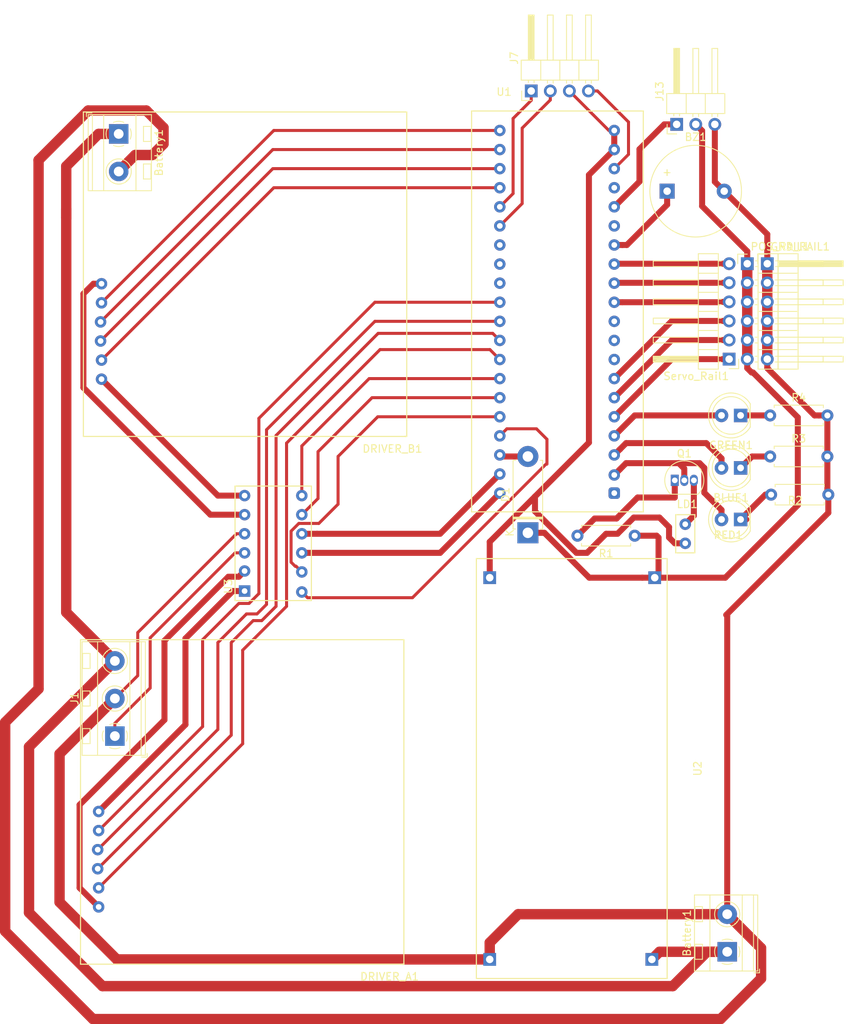
<source format=kicad_pcb>
(kicad_pcb (version 20171130) (host pcbnew 5.0.1-33cea8e~68~ubuntu18.04.1)

  (general
    (thickness 1.6)
    (drawings 0)
    (tracks 265)
    (zones 0)
    (modules 24)
    (nets 51)
  )

  (page A4 portrait)
  (title_block
    (date 2018-11-22)
    (rev REV_2)
    (company "ROBOTICS AND AUTOMATION CENTRE")
    (comment 4 deadpool)
  )

  (layers
    (0 F.Cu signal)
    (31 B.Cu signal)
    (32 B.Adhes user)
    (33 F.Adhes user)
    (34 B.Paste user)
    (35 F.Paste user)
    (36 B.SilkS user)
    (37 F.SilkS user)
    (38 B.Mask user)
    (39 F.Mask user)
    (40 Dwgs.User user)
    (41 Cmts.User user)
    (42 Eco1.User user)
    (43 Eco2.User user)
    (44 Edge.Cuts user)
    (45 Margin user)
    (46 B.CrtYd user)
    (47 F.CrtYd user)
    (48 B.Fab user)
    (49 F.Fab user)
  )

  (setup
    (last_trace_width 1.38)
    (user_trace_width 0.4)
    (user_trace_width 0.8)
    (user_trace_width 1.38)
    (trace_clearance 0.2)
    (zone_clearance 0.508)
    (zone_45_only no)
    (trace_min 0.2)
    (segment_width 0.2)
    (edge_width 0.15)
    (via_size 0.8)
    (via_drill 0.4)
    (via_min_size 0.4)
    (via_min_drill 0.3)
    (uvia_size 0.3)
    (uvia_drill 0.1)
    (uvias_allowed no)
    (uvia_min_size 0.2)
    (uvia_min_drill 0.1)
    (pcb_text_width 0.3)
    (pcb_text_size 1.5 1.5)
    (mod_edge_width 0.15)
    (mod_text_size 1 1)
    (mod_text_width 0.15)
    (pad_size 1.524 1.524)
    (pad_drill 0.7)
    (pad_to_mask_clearance 0.051)
    (solder_mask_min_width 0.25)
    (aux_axis_origin 0 0)
    (visible_elements FFFFF77F)
    (pcbplotparams
      (layerselection 0x010fc_ffffffff)
      (usegerberextensions false)
      (usegerberattributes false)
      (usegerberadvancedattributes false)
      (creategerberjobfile false)
      (excludeedgelayer true)
      (linewidth 0.100000)
      (plotframeref false)
      (viasonmask false)
      (mode 1)
      (useauxorigin false)
      (hpglpennumber 1)
      (hpglpenspeed 20)
      (hpglpendiameter 15.000000)
      (psnegative false)
      (psa4output false)
      (plotreference true)
      (plotvalue true)
      (plotinvisibletext false)
      (padsonsilk false)
      (subtractmaskfromsilk false)
      (outputformat 1)
      (mirror false)
      (drillshape 1)
      (scaleselection 1)
      (outputdirectory ""))
  )

  (net 0 "")
  (net 1 GND)
  (net 2 "Net-(Battery1-Pad1)")
  (net 3 "Net-(GREEN1-Pad1)")
  (net 4 "Net-(BLUE1-Pad1)")
  (net 5 "Net-(R2-Pad1)")
  (net 6 "Net-(Q1-Pad1)")
  (net 7 "Net-(D1-Pad1)")
  (net 8 "Net-(Q1-Pad2)")
  (net 9 "Net-(LD1-Pad1)")
  (net 10 "Net-(BLUE1-Pad2)")
  (net 11 "Net-(GREEN1-Pad2)")
  (net 12 "Net-(D1-Pad2)")
  (net 13 "Net-(Servo_Rail1-Pad6)")
  (net 14 "Net-(Servo_Rail1-Pad5)")
  (net 15 "Net-(Servo_Rail1-Pad4)")
  (net 16 "Net-(Servo_Rail1-Pad3)")
  (net 17 "Net-(Servo_Rail1-Pad2)")
  (net 18 "Net-(Servo_Rail1-Pad1)")
  (net 19 "Net-(J7-Pad1)")
  (net 20 "Net-(J7-Pad2)")
  (net 21 "Net-(J7-Pad4)")
  (net 22 "Net-(J13-Pad1)")
  (net 23 "Net-(BZ1-Pad1)")
  (net 24 "Net-(U1-Pad1)")
  (net 25 "Net-(U1-Pad21)")
  (net 26 "Net-(U1-Pad7)")
  (net 27 "Net-(U1-Pad3V3)")
  (net 28 "Net-(U1-Pad46)")
  (net 29 "Net-(U1-Pad45)")
  (net 30 "Net-(U1-Pad43)")
  (net 31 "Net-(U1-Pad42)")
  (net 32 "Net-(DRIVER_A1-Pad2)")
  (net 33 "Net-(DRIVER_A1-Pad3)")
  (net 34 "Net-(DRIVER_A1-Pad4)")
  (net 35 "Net-(DRIVER_A1-Pad5)")
  (net 36 "Net-(U1-Pad33)")
  (net 37 "Net-(U1-Pad32)")
  (net 38 "Net-(U1-Pad31)")
  (net 39 "Net-(DRIVER_B1-Pad2)")
  (net 40 "Net-(DRIVER_B1-Pad3)")
  (net 41 "Net-(DRIVER_B1-Pad4)")
  (net 42 "Net-(DRIVER_B1-Pad5)")
  (net 43 "Net-(DRIVER_A1-Pad1)")
  (net 44 "Net-(DRIVER_B1-Pad1)")
  (net 45 "Net-(DRIVER_A1-Pad6)")
  (net 46 "Net-(DRIVER_B1-Pad6)")
  (net 47 "Net-(J1-Pad1)")
  (net 48 "Net-(U1-Pad15)")
  (net 49 "Net-(U1-Pad14)")
  (net 50 "Net-(U1-Pad13)")

  (net_class Default "This is the default net class."
    (clearance 0.2)
    (trace_width 0.25)
    (via_dia 0.8)
    (via_drill 0.4)
    (uvia_dia 0.3)
    (uvia_drill 0.1)
    (add_net GND)
    (add_net "Net-(BLUE1-Pad1)")
    (add_net "Net-(BLUE1-Pad2)")
    (add_net "Net-(BZ1-Pad1)")
    (add_net "Net-(Battery1-Pad1)")
    (add_net "Net-(D1-Pad1)")
    (add_net "Net-(D1-Pad2)")
    (add_net "Net-(DRIVER_A1-Pad1)")
    (add_net "Net-(DRIVER_A1-Pad2)")
    (add_net "Net-(DRIVER_A1-Pad3)")
    (add_net "Net-(DRIVER_A1-Pad4)")
    (add_net "Net-(DRIVER_A1-Pad5)")
    (add_net "Net-(DRIVER_A1-Pad6)")
    (add_net "Net-(DRIVER_B1-Pad1)")
    (add_net "Net-(DRIVER_B1-Pad2)")
    (add_net "Net-(DRIVER_B1-Pad3)")
    (add_net "Net-(DRIVER_B1-Pad4)")
    (add_net "Net-(DRIVER_B1-Pad5)")
    (add_net "Net-(DRIVER_B1-Pad6)")
    (add_net "Net-(GREEN1-Pad1)")
    (add_net "Net-(GREEN1-Pad2)")
    (add_net "Net-(J1-Pad1)")
    (add_net "Net-(J13-Pad1)")
    (add_net "Net-(J7-Pad1)")
    (add_net "Net-(J7-Pad2)")
    (add_net "Net-(J7-Pad4)")
    (add_net "Net-(LD1-Pad1)")
    (add_net "Net-(Q1-Pad1)")
    (add_net "Net-(Q1-Pad2)")
    (add_net "Net-(R2-Pad1)")
    (add_net "Net-(Servo_Rail1-Pad1)")
    (add_net "Net-(Servo_Rail1-Pad2)")
    (add_net "Net-(Servo_Rail1-Pad3)")
    (add_net "Net-(Servo_Rail1-Pad4)")
    (add_net "Net-(Servo_Rail1-Pad5)")
    (add_net "Net-(Servo_Rail1-Pad6)")
    (add_net "Net-(U1-Pad1)")
    (add_net "Net-(U1-Pad13)")
    (add_net "Net-(U1-Pad14)")
    (add_net "Net-(U1-Pad15)")
    (add_net "Net-(U1-Pad21)")
    (add_net "Net-(U1-Pad31)")
    (add_net "Net-(U1-Pad32)")
    (add_net "Net-(U1-Pad33)")
    (add_net "Net-(U1-Pad3V3)")
    (add_net "Net-(U1-Pad42)")
    (add_net "Net-(U1-Pad43)")
    (add_net "Net-(U1-Pad45)")
    (add_net "Net-(U1-Pad46)")
    (add_net "Net-(U1-Pad7)")
  )

  (module Diode_THT:D_5W_P10.16mm_Horizontal (layer F.Cu) (tedit 5AE50CD5) (tstamp 5C118518)
    (at 97.3455 86.233 90)
    (descr "Diode, 5W series, Axial, Horizontal, pin pitch=10.16mm, , length*diameter=8.9*3.7mm^2, , http://www.diodes.com/_files/packages/8686949.gif")
    (tags "Diode 5W series Axial Horizontal pin pitch 10.16mm  length 8.9mm diameter 3.7mm")
    (path /5BF26B8E)
    (fp_text reference D1 (at 5.08 -2.97 90) (layer F.SilkS)
      (effects (font (size 1 1) (thickness 0.15)))
    )
    (fp_text value DIODE (at 5.08 2.97 90) (layer F.Fab)
      (effects (font (size 1 1) (thickness 0.15)))
    )
    (fp_line (start 0.63 -1.85) (end 0.63 1.85) (layer F.Fab) (width 0.1))
    (fp_line (start 0.63 1.85) (end 9.53 1.85) (layer F.Fab) (width 0.1))
    (fp_line (start 9.53 1.85) (end 9.53 -1.85) (layer F.Fab) (width 0.1))
    (fp_line (start 9.53 -1.85) (end 0.63 -1.85) (layer F.Fab) (width 0.1))
    (fp_line (start 0 0) (end 0.63 0) (layer F.Fab) (width 0.1))
    (fp_line (start 10.16 0) (end 9.53 0) (layer F.Fab) (width 0.1))
    (fp_line (start 1.965 -1.85) (end 1.965 1.85) (layer F.Fab) (width 0.1))
    (fp_line (start 2.065 -1.85) (end 2.065 1.85) (layer F.Fab) (width 0.1))
    (fp_line (start 1.865 -1.85) (end 1.865 1.85) (layer F.Fab) (width 0.1))
    (fp_line (start 0.51 -1.64) (end 0.51 -1.97) (layer F.SilkS) (width 0.12))
    (fp_line (start 0.51 -1.97) (end 9.65 -1.97) (layer F.SilkS) (width 0.12))
    (fp_line (start 9.65 -1.97) (end 9.65 -1.64) (layer F.SilkS) (width 0.12))
    (fp_line (start 0.51 1.64) (end 0.51 1.97) (layer F.SilkS) (width 0.12))
    (fp_line (start 0.51 1.97) (end 9.65 1.97) (layer F.SilkS) (width 0.12))
    (fp_line (start 9.65 1.97) (end 9.65 1.64) (layer F.SilkS) (width 0.12))
    (fp_line (start 1.965 -1.97) (end 1.965 1.97) (layer F.SilkS) (width 0.12))
    (fp_line (start 2.085 -1.97) (end 2.085 1.97) (layer F.SilkS) (width 0.12))
    (fp_line (start 1.845 -1.97) (end 1.845 1.97) (layer F.SilkS) (width 0.12))
    (fp_line (start -1.65 -2.1) (end -1.65 2.1) (layer F.CrtYd) (width 0.05))
    (fp_line (start -1.65 2.1) (end 11.81 2.1) (layer F.CrtYd) (width 0.05))
    (fp_line (start 11.81 2.1) (end 11.81 -2.1) (layer F.CrtYd) (width 0.05))
    (fp_line (start 11.81 -2.1) (end -1.65 -2.1) (layer F.CrtYd) (width 0.05))
    (fp_text user %R (at 5.182999 -0.855001 90) (layer F.Fab)
      (effects (font (size 1 1) (thickness 0.15)))
    )
    (fp_text user K (at 0 -2.4 90) (layer F.Fab)
      (effects (font (size 1 1) (thickness 0.15)))
    )
    (fp_text user K (at 0 -2.4 90) (layer F.SilkS)
      (effects (font (size 1 1) (thickness 0.15)))
    )
    (pad 1 thru_hole rect (at 0 0 90) (size 2.8 2.8) (drill 1.4) (layers *.Cu *.Mask)
      (net 7 "Net-(D1-Pad1)"))
    (pad 2 thru_hole oval (at 10.16 0 90) (size 2.8 2.8) (drill 1.4) (layers *.Cu *.Mask)
      (net 12 "Net-(D1-Pad2)"))
    (model ${KISYS3DMOD}/Diode_THT.3dshapes/D_5W_P10.16mm_Horizontal.wrl
      (at (xyz 0 0 0))
      (scale (xyz 1 1 1))
      (rotate (xyz 0 0 0))
    )
  )

  (module BluePill:STM32BluePill (layer F.Cu) (tedit 5BF62518) (tstamp 5C04BBA3)
    (at 101.0285 55.499)
    (descr "Through hole straight pin header, 1x20, 2.54mm pitch, single row")
    (tags "Through hole pin header THT 1x20 2.54mm single row")
    (path /5BD76DC8)
    (fp_text reference U1 (at -6.858 -27.94 180) (layer F.SilkS)
      (effects (font (size 1 1) (thickness 0.15)))
    )
    (fp_text value BluePill (at 2.413 29.083 180) (layer F.Fab)
      (effects (font (size 1 1) (thickness 0.15)))
    )
    (fp_line (start 11.684 27.94) (end -11.176 27.94) (layer F.SilkS) (width 0.15))
    (fp_line (start -11.176 -25.4) (end -11.176 27.94) (layer F.SilkS) (width 0.15))
    (fp_line (start 11.684 -25.4) (end -11.176 -25.4) (layer F.SilkS) (width 0.15))
    (fp_line (start 11.684 27.94) (end 11.684 -25.4) (layer F.SilkS) (width 0.15))
    (pad 25 thru_hole circle (at -7.41998 -22.809948 90) (size 1.524 1.524) (drill 0.762) (layers *.Cu *.Mask)
      (net 42 "Net-(DRIVER_B1-Pad5)"))
    (pad 26 thru_hole circle (at -7.41998 -20.269948 90) (size 1.524 1.524) (drill 0.762) (layers *.Cu *.Mask)
      (net 41 "Net-(DRIVER_B1-Pad4)"))
    (pad 27 thru_hole circle (at -7.41998 -17.729948 90) (size 1.524 1.524) (drill 0.762) (layers *.Cu *.Mask)
      (net 40 "Net-(DRIVER_B1-Pad3)"))
    (pad 28 thru_hole circle (at -7.41998 -15.189948 90) (size 1.524 1.524) (drill 0.762) (layers *.Cu *.Mask)
      (net 39 "Net-(DRIVER_B1-Pad2)"))
    (pad 29 thru_hole circle (at -7.41998 -12.649948 90) (size 1.524 1.524) (drill 0.762) (layers *.Cu *.Mask)
      (net 19 "Net-(J7-Pad1)"))
    (pad 30 thru_hole circle (at -7.41998 -10.109948 90) (size 1.524 1.524) (drill 0.762) (layers *.Cu *.Mask)
      (net 20 "Net-(J7-Pad2)"))
    (pad 31 thru_hole circle (at -7.41998 -7.569948 90) (size 1.524 1.524) (drill 0.762) (layers *.Cu *.Mask)
      (net 38 "Net-(U1-Pad31)"))
    (pad 32 thru_hole circle (at -7.41998 -5.029948 90) (size 1.524 1.524) (drill 0.762) (layers *.Cu *.Mask)
      (net 37 "Net-(U1-Pad32)"))
    (pad 33 thru_hole circle (at -7.41998 -2.489948 90) (size 1.524 1.524) (drill 0.762) (layers *.Cu *.Mask)
      (net 36 "Net-(U1-Pad33)"))
    (pad 38 thru_hole circle (at -7.41998 0.050052 90) (size 1.524 1.524) (drill 0.762) (layers *.Cu *.Mask)
      (net 35 "Net-(DRIVER_A1-Pad5)"))
    (pad 39 thru_hole circle (at -7.41998 2.590052 90) (size 1.524 1.524) (drill 0.762) (layers *.Cu *.Mask)
      (net 34 "Net-(DRIVER_A1-Pad4)"))
    (pad 40 thru_hole circle (at -7.41998 5.130052 90) (size 1.524 1.524) (drill 0.762) (layers *.Cu *.Mask)
      (net 33 "Net-(DRIVER_A1-Pad3)"))
    (pad 41 thru_hole circle (at -7.41998 7.670052 90) (size 1.524 1.524) (drill 0.762) (layers *.Cu *.Mask)
      (net 32 "Net-(DRIVER_A1-Pad2)"))
    (pad 42 thru_hole circle (at -7.41998 10.210052 90) (size 1.524 1.524) (drill 0.762) (layers *.Cu *.Mask)
      (net 31 "Net-(U1-Pad42)"))
    (pad 43 thru_hole circle (at -7.41998 12.750052 90) (size 1.524 1.524) (drill 0.762) (layers *.Cu *.Mask)
      (net 30 "Net-(U1-Pad43)"))
    (pad 45 thru_hole circle (at -7.41998 15.290052 90) (size 1.524 1.524) (drill 0.762) (layers *.Cu *.Mask)
      (net 29 "Net-(U1-Pad45)"))
    (pad 46 thru_hole circle (at -7.41998 17.830052 90) (size 1.524 1.524) (drill 0.762) (layers *.Cu *.Mask)
      (net 28 "Net-(U1-Pad46)"))
    (pad 5V thru_hole circle (at -7.41998 20.370052 90) (size 1.524 1.524) (drill 0.762) (layers *.Cu *.Mask)
      (net 12 "Net-(D1-Pad2)"))
    (pad GND thru_hole circle (at -7.41998 22.910052 90) (size 1.524 1.524) (drill 0.762) (layers *.Cu *.Mask)
      (net 1 GND))
    (pad 3V3 thru_hole circle (at -7.41998 25.450052 90) (size 1.524 1.524) (drill 0.762) (layers *.Cu *.Mask)
      (net 21 "Net-(J7-Pad4)"))
    (pad GND thru_hole circle (at 7.82002 -22.809948 90) (size 1.524 1.524) (drill 0.762) (layers *.Cu *.Mask)
      (net 1 GND))
    (pad GND thru_hole circle (at 7.82002 -20.269948 90) (size 1.524 1.524) (drill 0.762) (layers *.Cu *.Mask)
      (net 1 GND))
    (pad 3V3 thru_hole circle (at 7.82002 -17.729948 90) (size 1.524 1.524) (drill 0.762) (layers *.Cu *.Mask)
      (net 21 "Net-(J7-Pad4)"))
    (pad 7 thru_hole circle (at 7.82002 -15.189948 90) (size 1.524 1.524) (drill 0.762) (layers *.Cu *.Mask)
      (net 26 "Net-(U1-Pad7)"))
    (pad 22 thru_hole circle (at 7.82002 -12.649948 90) (size 1.524 1.524) (drill 0.762) (layers *.Cu *.Mask)
      (net 22 "Net-(J13-Pad1)"))
    (pad 21 thru_hole circle (at 7.82002 -10.109948 90) (size 1.524 1.524) (drill 0.762) (layers *.Cu *.Mask)
      (net 25 "Net-(U1-Pad21)"))
    (pad 19 thru_hole circle (at 7.82002 -7.569948 90) (size 1.524 1.524) (drill 0.762) (layers *.Cu *.Mask)
      (net 23 "Net-(BZ1-Pad1)"))
    (pad 18 thru_hole circle (at 7.82002 -5.029948 90) (size 1.524 1.524) (drill 0.762) (layers *.Cu *.Mask)
      (net 13 "Net-(Servo_Rail1-Pad6)"))
    (pad 17 thru_hole circle (at 7.82002 -2.489948 90) (size 1.524 1.524) (drill 0.762) (layers *.Cu *.Mask)
      (net 14 "Net-(Servo_Rail1-Pad5)"))
    (pad 16 thru_hole circle (at 7.82002 0.050052 90) (size 1.524 1.524) (drill 0.762) (layers *.Cu *.Mask)
      (net 15 "Net-(Servo_Rail1-Pad4)"))
    (pad 15 thru_hole circle (at 7.82002 2.590052 90) (size 1.524 1.524) (drill 0.762) (layers *.Cu *.Mask)
      (net 48 "Net-(U1-Pad15)"))
    (pad 14 thru_hole circle (at 7.82002 5.130052 90) (size 1.524 1.524) (drill 0.762) (layers *.Cu *.Mask)
      (net 49 "Net-(U1-Pad14)"))
    (pad 13 thru_hole circle (at 7.82002 7.670052 90) (size 1.524 1.524) (drill 0.762) (layers *.Cu *.Mask)
      (net 50 "Net-(U1-Pad13)"))
    (pad 12 thru_hole circle (at 7.82002 10.210052 90) (size 1.524 1.524) (drill 0.762) (layers *.Cu *.Mask)
      (net 16 "Net-(Servo_Rail1-Pad3)"))
    (pad 11 thru_hole circle (at 7.82002 12.750052 90) (size 1.524 1.524) (drill 0.762) (layers *.Cu *.Mask)
      (net 17 "Net-(Servo_Rail1-Pad2)"))
    (pad 10 thru_hole circle (at 7.82002 15.290052 90) (size 1.524 1.524) (drill 0.762) (layers *.Cu *.Mask)
      (net 18 "Net-(Servo_Rail1-Pad1)"))
    (pad 4 thru_hole circle (at 7.82002 17.830052 90) (size 1.524 1.524) (drill 0.762) (layers *.Cu *.Mask)
      (net 11 "Net-(GREEN1-Pad2)"))
    (pad 3 thru_hole circle (at 7.82002 20.370052 90) (size 1.524 1.524) (drill 0.762) (layers *.Cu *.Mask)
      (net 10 "Net-(BLUE1-Pad2)"))
    (pad 2 thru_hole circle (at 7.82002 23.037052 90) (size 1.524 1.524) (drill 0.762) (layers *.Cu *.Mask)
      (net 8 "Net-(Q1-Pad2)"))
    (pad 1 thru_hole roundrect (at 7.82002 25.450052 90) (size 1.524 1.524) (drill 0.762) (layers *.Cu *.Mask) (roundrect_rratio 0.25)
      (net 24 "Net-(U1-Pad1)"))
    (model ${KISYS3DMOD}/Connector_PinHeader_2.54mm.3dshapes/PinHeader_1x20_P2.54mm_Vertical.wrl
      (at (xyz 0 0 0))
      (scale (xyz 1 1 1))
      (rotate (xyz 0 0 0))
    )
  )

  (module TerminalBlock_MetzConnect:TerminalBlock_MetzConnect_Type094_RT03502HBLU_1x02_P5.00mm_Horizontal (layer F.Cu) (tedit 5B294E9C) (tstamp 5C113C89)
    (at 42.8625 33.147 270)
    (descr "terminal block Metz Connect Type094_RT03502HBLU, 2 pins, pitch 5mm, size 10x8.3mm^2, drill diamater 1.3mm, pad diameter 2.6mm, see http://www.metz-connect.com/ru/system/files/productfiles/Data_sheet_310941_RT035xxHBLU_OFF-022742T.pdf, script-generated using https://github.com/pointhi/kicad-footprint-generator/scripts/TerminalBlock_MetzConnect")
    (tags "THT terminal block Metz Connect Type094_RT03502HBLU pitch 5mm size 10x8.3mm^2 drill 1.3mm pad 2.6mm")
    (path /5BF18DF6)
    (fp_text reference Battery1 (at 2.5 -5.36 270) (layer F.SilkS)
      (effects (font (size 1 1) (thickness 0.15)))
    )
    (fp_text value Screw_Terminal_01x02 (at 2.5 5.06 270) (layer F.Fab)
      (effects (font (size 1 1) (thickness 0.15)))
    )
    (fp_arc (start 0 0) (end 0 1.68) (angle -24) (layer F.SilkS) (width 0.12))
    (fp_arc (start 0 0) (end 1.535 0.684) (angle -48) (layer F.SilkS) (width 0.12))
    (fp_arc (start 0 0) (end 0.684 -1.535) (angle -48) (layer F.SilkS) (width 0.12))
    (fp_arc (start 0 0) (end -1.535 -0.684) (angle -48) (layer F.SilkS) (width 0.12))
    (fp_arc (start 0 0) (end -0.684 1.535) (angle -25) (layer F.SilkS) (width 0.12))
    (fp_circle (center 0 0) (end 1.5 0) (layer F.Fab) (width 0.1))
    (fp_circle (center 5 0) (end 6.5 0) (layer F.Fab) (width 0.1))
    (fp_circle (center 5 0) (end 6.68 0) (layer F.SilkS) (width 0.12))
    (fp_line (start -2.5 -4.3) (end 7.5 -4.3) (layer F.Fab) (width 0.1))
    (fp_line (start 7.5 -4.3) (end 7.5 4) (layer F.Fab) (width 0.1))
    (fp_line (start 7.5 4) (end -2 4) (layer F.Fab) (width 0.1))
    (fp_line (start -2 4) (end -2.5 3.5) (layer F.Fab) (width 0.1))
    (fp_line (start -2.5 3.5) (end -2.5 -4.3) (layer F.Fab) (width 0.1))
    (fp_line (start -2.5 3.5) (end 7.5 3.5) (layer F.Fab) (width 0.1))
    (fp_line (start -2.56 3.5) (end 7.56 3.5) (layer F.SilkS) (width 0.12))
    (fp_line (start -2.5 2) (end 7.5 2) (layer F.Fab) (width 0.1))
    (fp_line (start -2.56 2) (end 7.56 2) (layer F.SilkS) (width 0.12))
    (fp_line (start -2.5 -2.3) (end 7.5 -2.3) (layer F.Fab) (width 0.1))
    (fp_line (start -2.56 -2.301) (end 7.56 -2.301) (layer F.SilkS) (width 0.12))
    (fp_line (start -2.56 -4.36) (end 7.56 -4.36) (layer F.SilkS) (width 0.12))
    (fp_line (start -2.56 4.06) (end 7.56 4.06) (layer F.SilkS) (width 0.12))
    (fp_line (start -2.56 -4.36) (end -2.56 4.06) (layer F.SilkS) (width 0.12))
    (fp_line (start 7.56 -4.36) (end 7.56 4.06) (layer F.SilkS) (width 0.12))
    (fp_line (start 1.138 -0.955) (end -0.955 1.138) (layer F.Fab) (width 0.1))
    (fp_line (start 0.955 -1.138) (end -1.138 0.955) (layer F.Fab) (width 0.1))
    (fp_line (start -1 -4.3) (end -1 -3.3) (layer F.Fab) (width 0.1))
    (fp_line (start -1 -3.3) (end 1 -3.3) (layer F.Fab) (width 0.1))
    (fp_line (start 1 -3.3) (end 1 -4.3) (layer F.Fab) (width 0.1))
    (fp_line (start 1 -4.3) (end -1 -4.3) (layer F.Fab) (width 0.1))
    (fp_line (start -1 -4.3) (end 1 -4.3) (layer F.SilkS) (width 0.12))
    (fp_line (start -1 -3.3) (end 1 -3.3) (layer F.SilkS) (width 0.12))
    (fp_line (start -1 -4.3) (end -1 -3.3) (layer F.SilkS) (width 0.12))
    (fp_line (start 1 -4.3) (end 1 -3.3) (layer F.SilkS) (width 0.12))
    (fp_line (start 6.138 -0.955) (end 4.046 1.138) (layer F.Fab) (width 0.1))
    (fp_line (start 5.955 -1.138) (end 3.863 0.955) (layer F.Fab) (width 0.1))
    (fp_line (start 6.275 -1.069) (end 6.228 -1.023) (layer F.SilkS) (width 0.12))
    (fp_line (start 3.966 1.239) (end 3.931 1.274) (layer F.SilkS) (width 0.12))
    (fp_line (start 6.07 -1.275) (end 6.035 -1.239) (layer F.SilkS) (width 0.12))
    (fp_line (start 3.773 1.023) (end 3.726 1.069) (layer F.SilkS) (width 0.12))
    (fp_line (start 4 -4.3) (end 4 -3.3) (layer F.Fab) (width 0.1))
    (fp_line (start 4 -3.3) (end 6 -3.3) (layer F.Fab) (width 0.1))
    (fp_line (start 6 -3.3) (end 6 -4.3) (layer F.Fab) (width 0.1))
    (fp_line (start 6 -4.3) (end 4 -4.3) (layer F.Fab) (width 0.1))
    (fp_line (start 4 -4.3) (end 6 -4.3) (layer F.SilkS) (width 0.12))
    (fp_line (start 4 -3.3) (end 6 -3.3) (layer F.SilkS) (width 0.12))
    (fp_line (start 4 -4.3) (end 4 -3.3) (layer F.SilkS) (width 0.12))
    (fp_line (start 6 -4.3) (end 6 -3.3) (layer F.SilkS) (width 0.12))
    (fp_line (start -2.8 3.56) (end -2.8 4.3) (layer F.SilkS) (width 0.12))
    (fp_line (start -2.8 4.3) (end -2.3 4.3) (layer F.SilkS) (width 0.12))
    (fp_line (start -3 -4.81) (end -3 4.5) (layer F.CrtYd) (width 0.05))
    (fp_line (start -3 4.5) (end 8 4.5) (layer F.CrtYd) (width 0.05))
    (fp_line (start 8 4.5) (end 8 -4.81) (layer F.CrtYd) (width 0.05))
    (fp_line (start 8 -4.81) (end -3 -4.81) (layer F.CrtYd) (width 0.05))
    (fp_text user %R (at 2.5 2.75 90) (layer F.Fab)
      (effects (font (size 1 1) (thickness 0.15)))
    )
    (pad 1 thru_hole rect (at 0 0 270) (size 2.6 2.6) (drill 1.3) (layers *.Cu *.Mask)
      (net 2 "Net-(Battery1-Pad1)"))
    (pad 2 thru_hole circle (at 5 0 270) (size 2.6 2.6) (drill 1.3) (layers *.Cu *.Mask)
      (net 1 GND))
    (model ${KISYS3DMOD}/TerminalBlock_MetzConnect.3dshapes/TerminalBlock_MetzConnect_Type094_RT03502HBLU_1x02_P5.00mm_Horizontal.wrl
      (at (xyz 0 0 0))
      (scale (xyz 1 1 1))
      (rotate (xyz 0 0 0))
    )
  )

  (module TerminalBlock_MetzConnect:TerminalBlock_MetzConnect_Type094_RT03503HBLU_1x03_P5.00mm_Horizontal (layer F.Cu) (tedit 5B294E9C) (tstamp 5C112D00)
    (at 42.3545 113.284 90)
    (descr "terminal block Metz Connect Type094_RT03503HBLU, 3 pins, pitch 5mm, size 15x8.3mm^2, drill diamater 1.3mm, pad diameter 2.6mm, see http://www.metz-connect.com/ru/system/files/productfiles/Data_sheet_310941_RT035xxHBLU_OFF-022742T.pdf, script-generated using https://github.com/pointhi/kicad-footprint-generator/scripts/TerminalBlock_MetzConnect")
    (tags "THT terminal block Metz Connect Type094_RT03503HBLU pitch 5mm size 15x8.3mm^2 drill 1.3mm pad 2.6mm")
    (path /5C0D1E4E)
    (fp_text reference J1 (at 5 -5.36 90) (layer F.SilkS)
      (effects (font (size 1 1) (thickness 0.15)))
    )
    (fp_text value Screw_Terminal_01x03 (at 5 5.06 90) (layer F.Fab)
      (effects (font (size 1 1) (thickness 0.15)))
    )
    (fp_text user %R (at 5 2.75 90) (layer F.Fab)
      (effects (font (size 1 1) (thickness 0.15)))
    )
    (fp_line (start 13 -4.81) (end -3 -4.81) (layer F.CrtYd) (width 0.05))
    (fp_line (start 13 4.5) (end 13 -4.81) (layer F.CrtYd) (width 0.05))
    (fp_line (start -3 4.5) (end 13 4.5) (layer F.CrtYd) (width 0.05))
    (fp_line (start -3 -4.81) (end -3 4.5) (layer F.CrtYd) (width 0.05))
    (fp_line (start -2.8 4.3) (end -2.3 4.3) (layer F.SilkS) (width 0.12))
    (fp_line (start -2.8 3.56) (end -2.8 4.3) (layer F.SilkS) (width 0.12))
    (fp_line (start 11 -4.3) (end 11 -3.3) (layer F.SilkS) (width 0.12))
    (fp_line (start 9 -4.3) (end 9 -3.3) (layer F.SilkS) (width 0.12))
    (fp_line (start 9 -3.3) (end 11 -3.3) (layer F.SilkS) (width 0.12))
    (fp_line (start 9 -4.3) (end 11 -4.3) (layer F.SilkS) (width 0.12))
    (fp_line (start 11 -4.3) (end 9 -4.3) (layer F.Fab) (width 0.1))
    (fp_line (start 11 -3.3) (end 11 -4.3) (layer F.Fab) (width 0.1))
    (fp_line (start 9 -3.3) (end 11 -3.3) (layer F.Fab) (width 0.1))
    (fp_line (start 9 -4.3) (end 9 -3.3) (layer F.Fab) (width 0.1))
    (fp_line (start 8.773 1.023) (end 8.726 1.069) (layer F.SilkS) (width 0.12))
    (fp_line (start 11.07 -1.275) (end 11.035 -1.239) (layer F.SilkS) (width 0.12))
    (fp_line (start 8.966 1.239) (end 8.931 1.274) (layer F.SilkS) (width 0.12))
    (fp_line (start 11.275 -1.069) (end 11.228 -1.023) (layer F.SilkS) (width 0.12))
    (fp_line (start 10.955 -1.138) (end 8.863 0.955) (layer F.Fab) (width 0.1))
    (fp_line (start 11.138 -0.955) (end 9.046 1.138) (layer F.Fab) (width 0.1))
    (fp_line (start 6 -4.3) (end 6 -3.3) (layer F.SilkS) (width 0.12))
    (fp_line (start 4 -4.3) (end 4 -3.3) (layer F.SilkS) (width 0.12))
    (fp_line (start 4 -3.3) (end 6 -3.3) (layer F.SilkS) (width 0.12))
    (fp_line (start 4 -4.3) (end 6 -4.3) (layer F.SilkS) (width 0.12))
    (fp_line (start 6 -4.3) (end 4 -4.3) (layer F.Fab) (width 0.1))
    (fp_line (start 6 -3.3) (end 6 -4.3) (layer F.Fab) (width 0.1))
    (fp_line (start 4 -3.3) (end 6 -3.3) (layer F.Fab) (width 0.1))
    (fp_line (start 4 -4.3) (end 4 -3.3) (layer F.Fab) (width 0.1))
    (fp_line (start 3.773 1.023) (end 3.726 1.069) (layer F.SilkS) (width 0.12))
    (fp_line (start 6.07 -1.275) (end 6.035 -1.239) (layer F.SilkS) (width 0.12))
    (fp_line (start 3.966 1.239) (end 3.931 1.274) (layer F.SilkS) (width 0.12))
    (fp_line (start 6.275 -1.069) (end 6.228 -1.023) (layer F.SilkS) (width 0.12))
    (fp_line (start 5.955 -1.138) (end 3.863 0.955) (layer F.Fab) (width 0.1))
    (fp_line (start 6.138 -0.955) (end 4.046 1.138) (layer F.Fab) (width 0.1))
    (fp_line (start 1 -4.3) (end 1 -3.3) (layer F.SilkS) (width 0.12))
    (fp_line (start -1 -4.3) (end -1 -3.3) (layer F.SilkS) (width 0.12))
    (fp_line (start -1 -3.3) (end 1 -3.3) (layer F.SilkS) (width 0.12))
    (fp_line (start -1 -4.3) (end 1 -4.3) (layer F.SilkS) (width 0.12))
    (fp_line (start 1 -4.3) (end -1 -4.3) (layer F.Fab) (width 0.1))
    (fp_line (start 1 -3.3) (end 1 -4.3) (layer F.Fab) (width 0.1))
    (fp_line (start -1 -3.3) (end 1 -3.3) (layer F.Fab) (width 0.1))
    (fp_line (start -1 -4.3) (end -1 -3.3) (layer F.Fab) (width 0.1))
    (fp_line (start 0.955 -1.138) (end -1.138 0.955) (layer F.Fab) (width 0.1))
    (fp_line (start 1.138 -0.955) (end -0.955 1.138) (layer F.Fab) (width 0.1))
    (fp_line (start 12.56 -4.36) (end 12.56 4.06) (layer F.SilkS) (width 0.12))
    (fp_line (start -2.56 -4.36) (end -2.56 4.06) (layer F.SilkS) (width 0.12))
    (fp_line (start -2.56 4.06) (end 12.56 4.06) (layer F.SilkS) (width 0.12))
    (fp_line (start -2.56 -4.36) (end 12.56 -4.36) (layer F.SilkS) (width 0.12))
    (fp_line (start -2.56 -2.301) (end 12.56 -2.301) (layer F.SilkS) (width 0.12))
    (fp_line (start -2.5 -2.3) (end 12.5 -2.3) (layer F.Fab) (width 0.1))
    (fp_line (start -2.56 2) (end 12.56 2) (layer F.SilkS) (width 0.12))
    (fp_line (start -2.5 2) (end 12.5 2) (layer F.Fab) (width 0.1))
    (fp_line (start -2.56 3.5) (end 12.56 3.5) (layer F.SilkS) (width 0.12))
    (fp_line (start -2.5 3.5) (end 12.5 3.5) (layer F.Fab) (width 0.1))
    (fp_line (start -2.5 3.5) (end -2.5 -4.3) (layer F.Fab) (width 0.1))
    (fp_line (start -2 4) (end -2.5 3.5) (layer F.Fab) (width 0.1))
    (fp_line (start 12.5 4) (end -2 4) (layer F.Fab) (width 0.1))
    (fp_line (start 12.5 -4.3) (end 12.5 4) (layer F.Fab) (width 0.1))
    (fp_line (start -2.5 -4.3) (end 12.5 -4.3) (layer F.Fab) (width 0.1))
    (fp_circle (center 10 0) (end 11.68 0) (layer F.SilkS) (width 0.12))
    (fp_circle (center 10 0) (end 11.5 0) (layer F.Fab) (width 0.1))
    (fp_circle (center 5 0) (end 6.68 0) (layer F.SilkS) (width 0.12))
    (fp_circle (center 5 0) (end 6.5 0) (layer F.Fab) (width 0.1))
    (fp_circle (center 0 0) (end 1.5 0) (layer F.Fab) (width 0.1))
    (fp_arc (start 0 0) (end -0.684 1.535) (angle -25) (layer F.SilkS) (width 0.12))
    (fp_arc (start 0 0) (end -1.535 -0.684) (angle -48) (layer F.SilkS) (width 0.12))
    (fp_arc (start 0 0) (end 0.684 -1.535) (angle -48) (layer F.SilkS) (width 0.12))
    (fp_arc (start 0 0) (end 1.535 0.684) (angle -48) (layer F.SilkS) (width 0.12))
    (fp_arc (start 0 0) (end 0 1.68) (angle -24) (layer F.SilkS) (width 0.12))
    (pad 3 thru_hole circle (at 10 0 90) (size 2.6 2.6) (drill 1.3) (layers *.Cu *.Mask)
      (net 2 "Net-(Battery1-Pad1)"))
    (pad 2 thru_hole circle (at 5 0 90) (size 2.6 2.6) (drill 1.3) (layers *.Cu *.Mask)
      (net 1 GND))
    (pad 1 thru_hole rect (at 0 0 90) (size 2.6 2.6) (drill 1.3) (layers *.Cu *.Mask)
      (net 47 "Net-(J1-Pad1)"))
    (model ${KISYS3DMOD}/TerminalBlock_MetzConnect.3dshapes/TerminalBlock_MetzConnect_Type094_RT03503HBLU_1x03_P5.00mm_Horizontal.wrl
      (at (xyz 0 0 0))
      (scale (xyz 1 1 1))
      (rotate (xyz 0 0 0))
    )
  )

  (module BluePill:L298N (layer F.Cu) (tedit 5BF0F5B7) (tstamp 5C04BBD1)
    (at 49.4665 59.436 180)
    (path /5BEC16B0)
    (fp_text reference DRIVER_B1 (at -29.845 -15.621 180) (layer F.SilkS)
      (effects (font (size 1 1) (thickness 0.15)))
    )
    (fp_text value Conn_01x06_Female (at 9.144 30.48 180) (layer F.Fab)
      (effects (font (size 1 1) (thickness 0.15)))
    )
    (fp_line (start 11.303 29.21) (end 11.303 -13.97) (layer F.SilkS) (width 0.15))
    (fp_line (start -31.75 29.21) (end 11.303 29.21) (layer F.SilkS) (width 0.15))
    (fp_line (start -31.75 -13.97) (end -31.75 29.21) (layer F.SilkS) (width 0.15))
    (fp_line (start -31.496 -13.97) (end -31.75 -13.97) (layer F.SilkS) (width 0.15))
    (fp_line (start -31.75 -13.97) (end -31.496 -13.97) (layer F.SilkS) (width 0.15))
    (fp_line (start 11.3 -13.97) (end -31.623 -13.97) (layer F.SilkS) (width 0.15))
    (pad 6 thru_hole circle (at 8.89 6.35 180) (size 1.524 1.524) (drill 0.762) (layers *.Cu *.Mask)
      (net 46 "Net-(DRIVER_B1-Pad6)"))
    (pad 5 thru_hole circle (at 8.89 3.81 180) (size 1.524 1.524) (drill 0.762) (layers *.Cu *.Mask)
      (net 42 "Net-(DRIVER_B1-Pad5)"))
    (pad 4 thru_hole circle (at 9.017 1.27 180) (size 1.524 1.524) (drill 0.762) (layers *.Cu *.Mask)
      (net 41 "Net-(DRIVER_B1-Pad4)"))
    (pad 3 thru_hole circle (at 9.017 -1.27 180) (size 1.524 1.524) (drill 0.762) (layers *.Cu *.Mask)
      (net 40 "Net-(DRIVER_B1-Pad3)"))
    (pad 2 thru_hole circle (at 8.89 -3.81 180) (size 1.524 1.524) (drill 0.762) (layers *.Cu *.Mask)
      (net 39 "Net-(DRIVER_B1-Pad2)"))
    (pad 1 thru_hole circle (at 8.89 -6.35 180) (size 1.524 1.524) (drill 0.762) (layers *.Cu *.Mask)
      (net 44 "Net-(DRIVER_B1-Pad1)"))
  )

  (module Buzzer_Beeper:Buzzer_12x9.5RM7.6 (layer F.Cu) (tedit 5A030281) (tstamp 5C04BB65)
    (at 115.8875 40.767)
    (descr "Generic Buzzer, D12mm height 9.5mm with RM7.6mm")
    (tags buzzer)
    (path /5BF09723)
    (fp_text reference BZ1 (at 3.8 -7.2) (layer F.SilkS)
      (effects (font (size 1 1) (thickness 0.15)))
    )
    (fp_text value Buzzer (at 3.8 7.4) (layer F.Fab)
      (effects (font (size 1 1) (thickness 0.15)))
    )
    (fp_circle (center 3.8 0) (end 9.9 0) (layer F.SilkS) (width 0.12))
    (fp_circle (center 3.8 0) (end 4.8 0) (layer F.Fab) (width 0.1))
    (fp_circle (center 3.8 0) (end 9.8 0) (layer F.Fab) (width 0.1))
    (fp_circle (center 3.8 0) (end 10.05 0) (layer F.CrtYd) (width 0.05))
    (fp_text user %R (at 3.8 -4) (layer F.Fab)
      (effects (font (size 1 1) (thickness 0.15)))
    )
    (fp_text user + (at -0.01 -2.54) (layer F.SilkS)
      (effects (font (size 1 1) (thickness 0.15)))
    )
    (fp_text user + (at -0.01 -2.54) (layer F.Fab)
      (effects (font (size 1 1) (thickness 0.15)))
    )
    (pad 2 thru_hole circle (at 7.6 0) (size 2 2) (drill 1) (layers *.Cu *.Mask)
      (net 1 GND))
    (pad 1 thru_hole rect (at 0 0) (size 2 2) (drill 1) (layers *.Cu *.Mask)
      (net 23 "Net-(BZ1-Pad1)"))
    (model ${KISYS3DMOD}/Buzzer_Beeper.3dshapes/Buzzer_12x9.5RM7.6.wrl
      (at (xyz 0 0 0))
      (scale (xyz 1 1 1))
      (rotate (xyz 0 0 0))
    )
  )

  (module BluePill:L298N (layer F.Cu) (tedit 5BF0F5B7) (tstamp 5C04BBE1)
    (at 49.0855 129.667 180)
    (path /5BEC17C5)
    (fp_text reference DRIVER_A1 (at -29.845 -15.621 180) (layer F.SilkS)
      (effects (font (size 1 1) (thickness 0.15)))
    )
    (fp_text value Conn_01x06_Female (at 9.144 30.48 180) (layer F.Fab)
      (effects (font (size 1 1) (thickness 0.15)))
    )
    (fp_line (start 11.303 29.21) (end 11.303 -13.97) (layer F.SilkS) (width 0.15))
    (fp_line (start -31.75 29.21) (end 11.303 29.21) (layer F.SilkS) (width 0.15))
    (fp_line (start -31.75 -13.97) (end -31.75 29.21) (layer F.SilkS) (width 0.15))
    (fp_line (start -31.496 -13.97) (end -31.75 -13.97) (layer F.SilkS) (width 0.15))
    (fp_line (start -31.75 -13.97) (end -31.496 -13.97) (layer F.SilkS) (width 0.15))
    (fp_line (start 11.3 -13.97) (end -31.623 -13.97) (layer F.SilkS) (width 0.15))
    (pad 6 thru_hole circle (at 8.89 6.35 180) (size 1.524 1.524) (drill 0.762) (layers *.Cu *.Mask)
      (net 45 "Net-(DRIVER_A1-Pad6)"))
    (pad 5 thru_hole circle (at 8.89 3.81 180) (size 1.524 1.524) (drill 0.762) (layers *.Cu *.Mask)
      (net 35 "Net-(DRIVER_A1-Pad5)"))
    (pad 4 thru_hole circle (at 9.017 1.27 180) (size 1.524 1.524) (drill 0.762) (layers *.Cu *.Mask)
      (net 34 "Net-(DRIVER_A1-Pad4)"))
    (pad 3 thru_hole circle (at 9.017 -1.27 180) (size 1.524 1.524) (drill 0.762) (layers *.Cu *.Mask)
      (net 33 "Net-(DRIVER_A1-Pad3)"))
    (pad 2 thru_hole circle (at 8.89 -3.81 180) (size 1.524 1.524) (drill 0.762) (layers *.Cu *.Mask)
      (net 32 "Net-(DRIVER_A1-Pad2)"))
    (pad 1 thru_hole circle (at 8.89 -6.35 180) (size 1.524 1.524) (drill 0.762) (layers *.Cu *.Mask)
      (net 43 "Net-(DRIVER_A1-Pad1)"))
  )

  (module BluePill:LASER (layer F.Cu) (tedit 5BF0FAF6) (tstamp 5C04BBC1)
    (at 118.3005 86.36)
    (path /5BF3A712)
    (fp_text reference LD1 (at 0.254 -3.937) (layer F.SilkS)
      (effects (font (size 1 1) (thickness 0.15)))
    )
    (fp_text value Laserdiode_1A3C (at 0 3.556) (layer F.Fab)
      (effects (font (size 1 1) (thickness 0.15)))
    )
    (fp_line (start -1.27 2.54) (end -1.27 -2.54) (layer F.SilkS) (width 0.15))
    (fp_line (start 1.27 2.54) (end -1.27 2.54) (layer F.SilkS) (width 0.15))
    (fp_line (start 1.27 -2.54) (end 1.27 2.54) (layer F.SilkS) (width 0.15))
    (fp_line (start -1.27 -2.54) (end 1.27 -2.54) (layer F.SilkS) (width 0.15))
    (pad 1 thru_hole circle (at 0 -1.27) (size 1.524 1.524) (drill 0.762) (layers *.Cu *.Mask)
      (net 9 "Net-(LD1-Pad1)"))
    (pad 3 thru_hole circle (at 0 1.27) (size 1.524 1.524) (drill 0.762) (layers *.Cu *.Mask)
      (net 1 GND))
  )

  (module BluePill:Logic_level (layer F.Cu) (tedit 5BF6AE57) (tstamp 5C04BBB7)
    (at 63.4365 87.63 90)
    (path /5BF77E25)
    (fp_text reference U3 (at -5.715 -5.969 90) (layer F.SilkS)
      (effects (font (size 1 1) (thickness 0.15)))
    )
    (fp_text value SparkfunLogicLevelConverter (at 3.683 6.096 90) (layer F.Fab)
      (effects (font (size 1 1) (thickness 0.15)))
    )
    (fp_line (start -7.62 -5.08) (end -7.62 5.08) (layer F.SilkS) (width 0.15))
    (fp_line (start 7.62 -5.08) (end -7.62 -5.08) (layer F.SilkS) (width 0.15))
    (fp_line (start 7.62 5.08) (end 7.62 -5.08) (layer F.SilkS) (width 0.15))
    (fp_line (start -7.62 5.08) (end 7.62 5.08) (layer F.SilkS) (width 0.15))
    (pad 8 thru_hole circle (at 6.35 3.81 90) (size 1.524 1.524) (drill 0.762) (layers *.Cu *.Mask)
      (net 31 "Net-(U1-Pad42)"))
    (pad 7 thru_hole circle (at 3.81 3.81 90) (size 1.524 1.524) (drill 0.762) (layers *.Cu *.Mask)
      (net 30 "Net-(U1-Pad43)"))
    (pad GND thru_hole circle (at 1.27 3.81 90) (size 1.524 1.524) (drill 0.762) (layers *.Cu *.Mask)
      (net 1 GND))
    (pad 3V3 thru_hole circle (at -1.27 3.81 90) (size 1.524 1.524) (drill 0.762) (layers *.Cu *.Mask)
      (net 27 "Net-(U1-Pad3V3)"))
    (pad 6 thru_hole circle (at -3.81 3.81 90) (size 1.524 1.524) (drill 0.762) (layers *.Cu *.Mask)
      (net 29 "Net-(U1-Pad45)"))
    (pad 5 thru_hole circle (at -6.477 3.81 90) (size 1.524 1.524) (drill 0.762) (layers *.Cu *.Mask)
      (net 28 "Net-(U1-Pad46)"))
    (pad 4 thru_hole circle (at 6.35 -3.81 90) (size 1.524 1.524) (drill 0.762) (layers *.Cu *.Mask)
      (net 44 "Net-(DRIVER_B1-Pad1)"))
    (pad 3 thru_hole circle (at 3.81 -3.81 90) (size 1.524 1.524) (drill 0.762) (layers *.Cu *.Mask)
      (net 46 "Net-(DRIVER_B1-Pad6)"))
    (pad GND thru_hole circle (at 1.27 -3.81 90) (size 1.524 1.524) (drill 0.762) (layers *.Cu *.Mask)
      (net 1 GND))
    (pad 2 thru_hole circle (at -3.683 -3.81 90) (size 1.524 1.524) (drill 0.762) (layers *.Cu *.Mask)
      (net 43 "Net-(DRIVER_A1-Pad1)"))
    (pad 5V thru_hole circle (at -1.27 -3.81 90) (size 1.524 1.524) (drill 0.762) (layers *.Cu *.Mask)
      (net 47 "Net-(J1-Pad1)"))
    (pad 1 thru_hole rect (at -6.35 -3.81 90) (size 1.524 1.524) (drill 0.762) (layers *.Cu *.Mask)
      (net 45 "Net-(DRIVER_A1-Pad6)"))
  )

  (module "BuckBoost:BuckBoostConverter(5A)" (layer F.Cu) (tedit 5BF0F84B) (tstamp 5C04BB73)
    (at 103.6955 117.602 270)
    (descr "Through hole straight pin header, 1x01, 2.54mm pitch, single row")
    (tags "Through hole pin header THT 1x01 2.54mm single row")
    (path /5BF47D33)
    (fp_text reference U2 (at 0 -16.256 270) (layer F.SilkS)
      (effects (font (size 1 1) (thickness 0.15)))
    )
    (fp_text value BuckBoost (at -0.762 16.256 270) (layer F.Fab)
      (effects (font (size 1 1) (thickness 0.15)))
    )
    (fp_line (start -27.94 13.208) (end -27.94 -12.192) (layer F.SilkS) (width 0.15))
    (fp_line (start -27.686 13.208) (end -27.94 13.208) (layer F.SilkS) (width 0.15))
    (fp_line (start 27.94 13.208) (end -27.686 13.208) (layer F.SilkS) (width 0.15))
    (fp_line (start 27.94 -12.192) (end 27.94 13.208) (layer F.SilkS) (width 0.15))
    (fp_line (start -27.94 -12.192) (end 27.94 -12.192) (layer F.SilkS) (width 0.15))
    (fp_text user %R (at -0.254 -14.732 90) (layer F.Fab)
      (effects (font (size 1 1) (thickness 0.15)))
    )
    (pad HV thru_hole rect (at 25.4 -10.16 270) (size 1.7 1.7) (drill 1) (layers *.Cu *.Mask)
      (net 2 "Net-(Battery1-Pad1)"))
    (pad GND thru_hole rect (at 25.4 11.43 270) (size 1.7 1.7) (drill 1) (layers *.Cu *.Mask)
      (net 1 GND))
    (pad GND thru_hole rect (at -25.4 11.43 270) (size 1.7 1.7) (drill 1) (layers *.Cu *.Mask)
      (net 1 GND))
    (pad LV thru_hole rect (at -25.4 -10.541 270) (size 1.7 1.7) (drill 1) (layers *.Cu *.Mask)
      (net 7 "Net-(D1-Pad1)"))
    (model ${KISYS3DMOD}/Connector_PinHeader_2.54mm.3dshapes/PinHeader_1x01_P2.54mm_Vertical.wrl
      (at (xyz 0 0 0))
      (scale (xyz 1 1 1))
      (rotate (xyz 0 0 0))
    )
  )

  (module Connector_PinHeader_2.54mm:PinHeader_1x03_P2.54mm_Horizontal (layer F.Cu) (tedit 59FED5CB) (tstamp 5C04BB58)
    (at 117.1575 31.877 90)
    (descr "Through hole angled pin header, 1x03, 2.54mm pitch, 6mm pin length, single row")
    (tags "Through hole angled pin header THT 1x03 2.54mm single row")
    (path /5BF37571)
    (fp_text reference J13 (at 4.385 -2.27 90) (layer F.SilkS)
      (effects (font (size 1 1) (thickness 0.15)))
    )
    (fp_text value Conn_01x03_Male (at 4.385 7.35 90) (layer F.Fab)
      (effects (font (size 1 1) (thickness 0.15)))
    )
    (fp_text user %R (at 2.77 2.54 180) (layer F.Fab)
      (effects (font (size 1 1) (thickness 0.15)))
    )
    (fp_line (start 10.55 -1.8) (end -1.8 -1.8) (layer F.CrtYd) (width 0.05))
    (fp_line (start 10.55 6.85) (end 10.55 -1.8) (layer F.CrtYd) (width 0.05))
    (fp_line (start -1.8 6.85) (end 10.55 6.85) (layer F.CrtYd) (width 0.05))
    (fp_line (start -1.8 -1.8) (end -1.8 6.85) (layer F.CrtYd) (width 0.05))
    (fp_line (start -1.27 -1.27) (end 0 -1.27) (layer F.SilkS) (width 0.12))
    (fp_line (start -1.27 0) (end -1.27 -1.27) (layer F.SilkS) (width 0.12))
    (fp_line (start 1.042929 5.46) (end 1.44 5.46) (layer F.SilkS) (width 0.12))
    (fp_line (start 1.042929 4.7) (end 1.44 4.7) (layer F.SilkS) (width 0.12))
    (fp_line (start 10.1 5.46) (end 4.1 5.46) (layer F.SilkS) (width 0.12))
    (fp_line (start 10.1 4.7) (end 10.1 5.46) (layer F.SilkS) (width 0.12))
    (fp_line (start 4.1 4.7) (end 10.1 4.7) (layer F.SilkS) (width 0.12))
    (fp_line (start 1.44 3.81) (end 4.1 3.81) (layer F.SilkS) (width 0.12))
    (fp_line (start 1.042929 2.92) (end 1.44 2.92) (layer F.SilkS) (width 0.12))
    (fp_line (start 1.042929 2.16) (end 1.44 2.16) (layer F.SilkS) (width 0.12))
    (fp_line (start 10.1 2.92) (end 4.1 2.92) (layer F.SilkS) (width 0.12))
    (fp_line (start 10.1 2.16) (end 10.1 2.92) (layer F.SilkS) (width 0.12))
    (fp_line (start 4.1 2.16) (end 10.1 2.16) (layer F.SilkS) (width 0.12))
    (fp_line (start 1.44 1.27) (end 4.1 1.27) (layer F.SilkS) (width 0.12))
    (fp_line (start 1.11 0.38) (end 1.44 0.38) (layer F.SilkS) (width 0.12))
    (fp_line (start 1.11 -0.38) (end 1.44 -0.38) (layer F.SilkS) (width 0.12))
    (fp_line (start 4.1 0.28) (end 10.1 0.28) (layer F.SilkS) (width 0.12))
    (fp_line (start 4.1 0.16) (end 10.1 0.16) (layer F.SilkS) (width 0.12))
    (fp_line (start 4.1 0.04) (end 10.1 0.04) (layer F.SilkS) (width 0.12))
    (fp_line (start 4.1 -0.08) (end 10.1 -0.08) (layer F.SilkS) (width 0.12))
    (fp_line (start 4.1 -0.2) (end 10.1 -0.2) (layer F.SilkS) (width 0.12))
    (fp_line (start 4.1 -0.32) (end 10.1 -0.32) (layer F.SilkS) (width 0.12))
    (fp_line (start 10.1 0.38) (end 4.1 0.38) (layer F.SilkS) (width 0.12))
    (fp_line (start 10.1 -0.38) (end 10.1 0.38) (layer F.SilkS) (width 0.12))
    (fp_line (start 4.1 -0.38) (end 10.1 -0.38) (layer F.SilkS) (width 0.12))
    (fp_line (start 4.1 -1.33) (end 1.44 -1.33) (layer F.SilkS) (width 0.12))
    (fp_line (start 4.1 6.41) (end 4.1 -1.33) (layer F.SilkS) (width 0.12))
    (fp_line (start 1.44 6.41) (end 4.1 6.41) (layer F.SilkS) (width 0.12))
    (fp_line (start 1.44 -1.33) (end 1.44 6.41) (layer F.SilkS) (width 0.12))
    (fp_line (start 4.04 5.4) (end 10.04 5.4) (layer F.Fab) (width 0.1))
    (fp_line (start 10.04 4.76) (end 10.04 5.4) (layer F.Fab) (width 0.1))
    (fp_line (start 4.04 4.76) (end 10.04 4.76) (layer F.Fab) (width 0.1))
    (fp_line (start -0.32 5.4) (end 1.5 5.4) (layer F.Fab) (width 0.1))
    (fp_line (start -0.32 4.76) (end -0.32 5.4) (layer F.Fab) (width 0.1))
    (fp_line (start -0.32 4.76) (end 1.5 4.76) (layer F.Fab) (width 0.1))
    (fp_line (start 4.04 2.86) (end 10.04 2.86) (layer F.Fab) (width 0.1))
    (fp_line (start 10.04 2.22) (end 10.04 2.86) (layer F.Fab) (width 0.1))
    (fp_line (start 4.04 2.22) (end 10.04 2.22) (layer F.Fab) (width 0.1))
    (fp_line (start -0.32 2.86) (end 1.5 2.86) (layer F.Fab) (width 0.1))
    (fp_line (start -0.32 2.22) (end -0.32 2.86) (layer F.Fab) (width 0.1))
    (fp_line (start -0.32 2.22) (end 1.5 2.22) (layer F.Fab) (width 0.1))
    (fp_line (start 4.04 0.32) (end 10.04 0.32) (layer F.Fab) (width 0.1))
    (fp_line (start 10.04 -0.32) (end 10.04 0.32) (layer F.Fab) (width 0.1))
    (fp_line (start 4.04 -0.32) (end 10.04 -0.32) (layer F.Fab) (width 0.1))
    (fp_line (start -0.32 0.32) (end 1.5 0.32) (layer F.Fab) (width 0.1))
    (fp_line (start -0.32 -0.32) (end -0.32 0.32) (layer F.Fab) (width 0.1))
    (fp_line (start -0.32 -0.32) (end 1.5 -0.32) (layer F.Fab) (width 0.1))
    (fp_line (start 1.5 -0.635) (end 2.135 -1.27) (layer F.Fab) (width 0.1))
    (fp_line (start 1.5 6.35) (end 1.5 -0.635) (layer F.Fab) (width 0.1))
    (fp_line (start 4.04 6.35) (end 1.5 6.35) (layer F.Fab) (width 0.1))
    (fp_line (start 4.04 -1.27) (end 4.04 6.35) (layer F.Fab) (width 0.1))
    (fp_line (start 2.135 -1.27) (end 4.04 -1.27) (layer F.Fab) (width 0.1))
    (pad 3 thru_hole oval (at 0 5.08 90) (size 1.7 1.7) (drill 1) (layers *.Cu *.Mask)
      (net 1 GND))
    (pad 2 thru_hole oval (at 0 2.54 90) (size 1.7 1.7) (drill 1) (layers *.Cu *.Mask)
      (net 7 "Net-(D1-Pad1)"))
    (pad 1 thru_hole rect (at 0 0 90) (size 1.7 1.7) (drill 1) (layers *.Cu *.Mask)
      (net 22 "Net-(J13-Pad1)"))
    (model ${KISYS3DMOD}/Connector_PinHeader_2.54mm.3dshapes/PinHeader_1x03_P2.54mm_Horizontal.wrl
      (at (xyz 0 0 0))
      (scale (xyz 1 1 1))
      (rotate (xyz 0 0 0))
    )
  )

  (module Connector_PinHeader_2.54mm:PinHeader_1x04_P2.54mm_Horizontal (layer F.Cu) (tedit 59FED5CB) (tstamp 5C04BB18)
    (at 97.79 27.432 90)
    (descr "Through hole angled pin header, 1x04, 2.54mm pitch, 6mm pin length, single row")
    (tags "Through hole angled pin header THT 1x04 2.54mm single row")
    (path /5BD79C3B)
    (fp_text reference J7 (at 4.385 -2.27 90) (layer F.SilkS)
      (effects (font (size 1 1) (thickness 0.15)))
    )
    (fp_text value Conn_01x04_Female (at 4.385 9.89 90) (layer F.Fab)
      (effects (font (size 1 1) (thickness 0.15)))
    )
    (fp_text user %R (at 2.4765 3.556 180) (layer F.Fab)
      (effects (font (size 1 1) (thickness 0.15)))
    )
    (fp_line (start 10.55 -1.8) (end -1.8 -1.8) (layer F.CrtYd) (width 0.05))
    (fp_line (start 10.55 9.4) (end 10.55 -1.8) (layer F.CrtYd) (width 0.05))
    (fp_line (start -1.8 9.4) (end 10.55 9.4) (layer F.CrtYd) (width 0.05))
    (fp_line (start -1.8 -1.8) (end -1.8 9.4) (layer F.CrtYd) (width 0.05))
    (fp_line (start -1.27 -1.27) (end 0 -1.27) (layer F.SilkS) (width 0.12))
    (fp_line (start -1.27 0) (end -1.27 -1.27) (layer F.SilkS) (width 0.12))
    (fp_line (start 1.042929 8) (end 1.44 8) (layer F.SilkS) (width 0.12))
    (fp_line (start 1.042929 7.24) (end 1.44 7.24) (layer F.SilkS) (width 0.12))
    (fp_line (start 10.1 8) (end 4.1 8) (layer F.SilkS) (width 0.12))
    (fp_line (start 10.1 7.24) (end 10.1 8) (layer F.SilkS) (width 0.12))
    (fp_line (start 4.1 7.24) (end 10.1 7.24) (layer F.SilkS) (width 0.12))
    (fp_line (start 1.44 6.35) (end 4.1 6.35) (layer F.SilkS) (width 0.12))
    (fp_line (start 1.042929 5.46) (end 1.44 5.46) (layer F.SilkS) (width 0.12))
    (fp_line (start 1.042929 4.7) (end 1.44 4.7) (layer F.SilkS) (width 0.12))
    (fp_line (start 10.1 5.46) (end 4.1 5.46) (layer F.SilkS) (width 0.12))
    (fp_line (start 10.1 4.7) (end 10.1 5.46) (layer F.SilkS) (width 0.12))
    (fp_line (start 4.1 4.7) (end 10.1 4.7) (layer F.SilkS) (width 0.12))
    (fp_line (start 1.44 3.81) (end 4.1 3.81) (layer F.SilkS) (width 0.12))
    (fp_line (start 1.042929 2.92) (end 1.44 2.92) (layer F.SilkS) (width 0.12))
    (fp_line (start 1.042929 2.16) (end 1.44 2.16) (layer F.SilkS) (width 0.12))
    (fp_line (start 10.1 2.92) (end 4.1 2.92) (layer F.SilkS) (width 0.12))
    (fp_line (start 10.1 2.16) (end 10.1 2.92) (layer F.SilkS) (width 0.12))
    (fp_line (start 4.1 2.16) (end 10.1 2.16) (layer F.SilkS) (width 0.12))
    (fp_line (start 1.44 1.27) (end 4.1 1.27) (layer F.SilkS) (width 0.12))
    (fp_line (start 1.11 0.38) (end 1.44 0.38) (layer F.SilkS) (width 0.12))
    (fp_line (start 1.11 -0.38) (end 1.44 -0.38) (layer F.SilkS) (width 0.12))
    (fp_line (start 4.1 0.28) (end 10.1 0.28) (layer F.SilkS) (width 0.12))
    (fp_line (start 4.1 0.16) (end 10.1 0.16) (layer F.SilkS) (width 0.12))
    (fp_line (start 4.1 0.04) (end 10.1 0.04) (layer F.SilkS) (width 0.12))
    (fp_line (start 4.1 -0.08) (end 10.1 -0.08) (layer F.SilkS) (width 0.12))
    (fp_line (start 4.1 -0.2) (end 10.1 -0.2) (layer F.SilkS) (width 0.12))
    (fp_line (start 4.1 -0.32) (end 10.1 -0.32) (layer F.SilkS) (width 0.12))
    (fp_line (start 10.1 0.38) (end 4.1 0.38) (layer F.SilkS) (width 0.12))
    (fp_line (start 10.1 -0.38) (end 10.1 0.38) (layer F.SilkS) (width 0.12))
    (fp_line (start 4.1 -0.38) (end 10.1 -0.38) (layer F.SilkS) (width 0.12))
    (fp_line (start 4.1 -1.33) (end 1.44 -1.33) (layer F.SilkS) (width 0.12))
    (fp_line (start 4.1 8.95) (end 4.1 -1.33) (layer F.SilkS) (width 0.12))
    (fp_line (start 1.44 8.95) (end 4.1 8.95) (layer F.SilkS) (width 0.12))
    (fp_line (start 1.44 -1.33) (end 1.44 8.95) (layer F.SilkS) (width 0.12))
    (fp_line (start 4.04 7.94) (end 10.04 7.94) (layer F.Fab) (width 0.1))
    (fp_line (start 10.04 7.3) (end 10.04 7.94) (layer F.Fab) (width 0.1))
    (fp_line (start 4.04 7.3) (end 10.04 7.3) (layer F.Fab) (width 0.1))
    (fp_line (start -0.32 7.94) (end 1.5 7.94) (layer F.Fab) (width 0.1))
    (fp_line (start -0.32 7.3) (end -0.32 7.94) (layer F.Fab) (width 0.1))
    (fp_line (start -0.32 7.3) (end 1.5 7.3) (layer F.Fab) (width 0.1))
    (fp_line (start 4.04 5.4) (end 10.04 5.4) (layer F.Fab) (width 0.1))
    (fp_line (start 10.04 4.76) (end 10.04 5.4) (layer F.Fab) (width 0.1))
    (fp_line (start 4.04 4.76) (end 10.04 4.76) (layer F.Fab) (width 0.1))
    (fp_line (start -0.32 5.4) (end 1.5 5.4) (layer F.Fab) (width 0.1))
    (fp_line (start -0.32 4.76) (end -0.32 5.4) (layer F.Fab) (width 0.1))
    (fp_line (start -0.32 4.76) (end 1.5 4.76) (layer F.Fab) (width 0.1))
    (fp_line (start 4.04 2.86) (end 10.04 2.86) (layer F.Fab) (width 0.1))
    (fp_line (start 10.04 2.22) (end 10.04 2.86) (layer F.Fab) (width 0.1))
    (fp_line (start 4.04 2.22) (end 10.04 2.22) (layer F.Fab) (width 0.1))
    (fp_line (start -0.32 2.86) (end 1.5 2.86) (layer F.Fab) (width 0.1))
    (fp_line (start -0.32 2.22) (end -0.32 2.86) (layer F.Fab) (width 0.1))
    (fp_line (start -0.32 2.22) (end 1.5 2.22) (layer F.Fab) (width 0.1))
    (fp_line (start 4.04 0.32) (end 10.04 0.32) (layer F.Fab) (width 0.1))
    (fp_line (start 10.04 -0.32) (end 10.04 0.32) (layer F.Fab) (width 0.1))
    (fp_line (start 4.04 -0.32) (end 10.04 -0.32) (layer F.Fab) (width 0.1))
    (fp_line (start -0.32 0.32) (end 1.5 0.32) (layer F.Fab) (width 0.1))
    (fp_line (start -0.32 -0.32) (end -0.32 0.32) (layer F.Fab) (width 0.1))
    (fp_line (start -0.32 -0.32) (end 1.5 -0.32) (layer F.Fab) (width 0.1))
    (fp_line (start 1.5 -0.635) (end 2.135 -1.27) (layer F.Fab) (width 0.1))
    (fp_line (start 1.5 8.89) (end 1.5 -0.635) (layer F.Fab) (width 0.1))
    (fp_line (start 4.04 8.89) (end 1.5 8.89) (layer F.Fab) (width 0.1))
    (fp_line (start 4.04 -1.27) (end 4.04 8.89) (layer F.Fab) (width 0.1))
    (fp_line (start 2.135 -1.27) (end 4.04 -1.27) (layer F.Fab) (width 0.1))
    (pad 4 thru_hole oval (at 0 7.62 90) (size 1.7 1.7) (drill 1) (layers *.Cu *.Mask)
      (net 21 "Net-(J7-Pad4)"))
    (pad 3 thru_hole oval (at 0 5.08 90) (size 1.7 1.7) (drill 1) (layers *.Cu *.Mask)
      (net 1 GND))
    (pad 2 thru_hole oval (at 0 2.54 90) (size 1.7 1.7) (drill 1) (layers *.Cu *.Mask)
      (net 20 "Net-(J7-Pad2)"))
    (pad 1 thru_hole rect (at 0 0 90) (size 1.7 1.7) (drill 1) (layers *.Cu *.Mask)
      (net 19 "Net-(J7-Pad1)"))
    (model ${KISYS3DMOD}/Connector_PinHeader_2.54mm.3dshapes/PinHeader_1x04_P2.54mm_Horizontal.wrl
      (at (xyz 0 0 0))
      (scale (xyz 1 1 1))
      (rotate (xyz 0 0 0))
    )
  )

  (module Connector_PinHeader_2.54mm:PinHeader_1x06_P2.54mm_Horizontal (layer F.Cu) (tedit 59FED5CB) (tstamp 5C04BACB)
    (at 129.2225 50.419)
    (descr "Through hole angled pin header, 1x06, 2.54mm pitch, 6mm pin length, single row")
    (tags "Through hole angled pin header THT 1x06 2.54mm single row")
    (path /5BEF3499)
    (fp_text reference GND_RAIL1 (at 4.385 -2.27) (layer F.SilkS)
      (effects (font (size 1 1) (thickness 0.15)))
    )
    (fp_text value Conn_01x06_Male (at 4.385 14.97) (layer F.Fab)
      (effects (font (size 1 1) (thickness 0.15)))
    )
    (fp_text user %R (at 2.77 6.35 90) (layer F.Fab)
      (effects (font (size 1 1) (thickness 0.15)))
    )
    (fp_line (start 10.55 -1.8) (end -1.8 -1.8) (layer F.CrtYd) (width 0.05))
    (fp_line (start 10.55 14.5) (end 10.55 -1.8) (layer F.CrtYd) (width 0.05))
    (fp_line (start -1.8 14.5) (end 10.55 14.5) (layer F.CrtYd) (width 0.05))
    (fp_line (start -1.8 -1.8) (end -1.8 14.5) (layer F.CrtYd) (width 0.05))
    (fp_line (start -1.27 -1.27) (end 0 -1.27) (layer F.SilkS) (width 0.12))
    (fp_line (start -1.27 0) (end -1.27 -1.27) (layer F.SilkS) (width 0.12))
    (fp_line (start 1.042929 13.08) (end 1.44 13.08) (layer F.SilkS) (width 0.12))
    (fp_line (start 1.042929 12.32) (end 1.44 12.32) (layer F.SilkS) (width 0.12))
    (fp_line (start 10.1 13.08) (end 4.1 13.08) (layer F.SilkS) (width 0.12))
    (fp_line (start 10.1 12.32) (end 10.1 13.08) (layer F.SilkS) (width 0.12))
    (fp_line (start 4.1 12.32) (end 10.1 12.32) (layer F.SilkS) (width 0.12))
    (fp_line (start 1.44 11.43) (end 4.1 11.43) (layer F.SilkS) (width 0.12))
    (fp_line (start 1.042929 10.54) (end 1.44 10.54) (layer F.SilkS) (width 0.12))
    (fp_line (start 1.042929 9.78) (end 1.44 9.78) (layer F.SilkS) (width 0.12))
    (fp_line (start 10.1 10.54) (end 4.1 10.54) (layer F.SilkS) (width 0.12))
    (fp_line (start 10.1 9.78) (end 10.1 10.54) (layer F.SilkS) (width 0.12))
    (fp_line (start 4.1 9.78) (end 10.1 9.78) (layer F.SilkS) (width 0.12))
    (fp_line (start 1.44 8.89) (end 4.1 8.89) (layer F.SilkS) (width 0.12))
    (fp_line (start 1.042929 8) (end 1.44 8) (layer F.SilkS) (width 0.12))
    (fp_line (start 1.042929 7.24) (end 1.44 7.24) (layer F.SilkS) (width 0.12))
    (fp_line (start 10.1 8) (end 4.1 8) (layer F.SilkS) (width 0.12))
    (fp_line (start 10.1 7.24) (end 10.1 8) (layer F.SilkS) (width 0.12))
    (fp_line (start 4.1 7.24) (end 10.1 7.24) (layer F.SilkS) (width 0.12))
    (fp_line (start 1.44 6.35) (end 4.1 6.35) (layer F.SilkS) (width 0.12))
    (fp_line (start 1.042929 5.46) (end 1.44 5.46) (layer F.SilkS) (width 0.12))
    (fp_line (start 1.042929 4.7) (end 1.44 4.7) (layer F.SilkS) (width 0.12))
    (fp_line (start 10.1 5.46) (end 4.1 5.46) (layer F.SilkS) (width 0.12))
    (fp_line (start 10.1 4.7) (end 10.1 5.46) (layer F.SilkS) (width 0.12))
    (fp_line (start 4.1 4.7) (end 10.1 4.7) (layer F.SilkS) (width 0.12))
    (fp_line (start 1.44 3.81) (end 4.1 3.81) (layer F.SilkS) (width 0.12))
    (fp_line (start 1.042929 2.92) (end 1.44 2.92) (layer F.SilkS) (width 0.12))
    (fp_line (start 1.042929 2.16) (end 1.44 2.16) (layer F.SilkS) (width 0.12))
    (fp_line (start 10.1 2.92) (end 4.1 2.92) (layer F.SilkS) (width 0.12))
    (fp_line (start 10.1 2.16) (end 10.1 2.92) (layer F.SilkS) (width 0.12))
    (fp_line (start 4.1 2.16) (end 10.1 2.16) (layer F.SilkS) (width 0.12))
    (fp_line (start 1.44 1.27) (end 4.1 1.27) (layer F.SilkS) (width 0.12))
    (fp_line (start 1.11 0.38) (end 1.44 0.38) (layer F.SilkS) (width 0.12))
    (fp_line (start 1.11 -0.38) (end 1.44 -0.38) (layer F.SilkS) (width 0.12))
    (fp_line (start 4.1 0.28) (end 10.1 0.28) (layer F.SilkS) (width 0.12))
    (fp_line (start 4.1 0.16) (end 10.1 0.16) (layer F.SilkS) (width 0.12))
    (fp_line (start 4.1 0.04) (end 10.1 0.04) (layer F.SilkS) (width 0.12))
    (fp_line (start 4.1 -0.08) (end 10.1 -0.08) (layer F.SilkS) (width 0.12))
    (fp_line (start 4.1 -0.2) (end 10.1 -0.2) (layer F.SilkS) (width 0.12))
    (fp_line (start 4.1 -0.32) (end 10.1 -0.32) (layer F.SilkS) (width 0.12))
    (fp_line (start 10.1 0.38) (end 4.1 0.38) (layer F.SilkS) (width 0.12))
    (fp_line (start 10.1 -0.38) (end 10.1 0.38) (layer F.SilkS) (width 0.12))
    (fp_line (start 4.1 -0.38) (end 10.1 -0.38) (layer F.SilkS) (width 0.12))
    (fp_line (start 4.1 -1.33) (end 1.44 -1.33) (layer F.SilkS) (width 0.12))
    (fp_line (start 4.1 14.03) (end 4.1 -1.33) (layer F.SilkS) (width 0.12))
    (fp_line (start 1.44 14.03) (end 4.1 14.03) (layer F.SilkS) (width 0.12))
    (fp_line (start 1.44 -1.33) (end 1.44 14.03) (layer F.SilkS) (width 0.12))
    (fp_line (start 4.04 13.02) (end 10.04 13.02) (layer F.Fab) (width 0.1))
    (fp_line (start 10.04 12.38) (end 10.04 13.02) (layer F.Fab) (width 0.1))
    (fp_line (start 4.04 12.38) (end 10.04 12.38) (layer F.Fab) (width 0.1))
    (fp_line (start -0.32 13.02) (end 1.5 13.02) (layer F.Fab) (width 0.1))
    (fp_line (start -0.32 12.38) (end -0.32 13.02) (layer F.Fab) (width 0.1))
    (fp_line (start -0.32 12.38) (end 1.5 12.38) (layer F.Fab) (width 0.1))
    (fp_line (start 4.04 10.48) (end 10.04 10.48) (layer F.Fab) (width 0.1))
    (fp_line (start 10.04 9.84) (end 10.04 10.48) (layer F.Fab) (width 0.1))
    (fp_line (start 4.04 9.84) (end 10.04 9.84) (layer F.Fab) (width 0.1))
    (fp_line (start -0.32 10.48) (end 1.5 10.48) (layer F.Fab) (width 0.1))
    (fp_line (start -0.32 9.84) (end -0.32 10.48) (layer F.Fab) (width 0.1))
    (fp_line (start -0.32 9.84) (end 1.5 9.84) (layer F.Fab) (width 0.1))
    (fp_line (start 4.04 7.94) (end 10.04 7.94) (layer F.Fab) (width 0.1))
    (fp_line (start 10.04 7.3) (end 10.04 7.94) (layer F.Fab) (width 0.1))
    (fp_line (start 4.04 7.3) (end 10.04 7.3) (layer F.Fab) (width 0.1))
    (fp_line (start -0.32 7.94) (end 1.5 7.94) (layer F.Fab) (width 0.1))
    (fp_line (start -0.32 7.3) (end -0.32 7.94) (layer F.Fab) (width 0.1))
    (fp_line (start -0.32 7.3) (end 1.5 7.3) (layer F.Fab) (width 0.1))
    (fp_line (start 4.04 5.4) (end 10.04 5.4) (layer F.Fab) (width 0.1))
    (fp_line (start 10.04 4.76) (end 10.04 5.4) (layer F.Fab) (width 0.1))
    (fp_line (start 4.04 4.76) (end 10.04 4.76) (layer F.Fab) (width 0.1))
    (fp_line (start -0.32 5.4) (end 1.5 5.4) (layer F.Fab) (width 0.1))
    (fp_line (start -0.32 4.76) (end -0.32 5.4) (layer F.Fab) (width 0.1))
    (fp_line (start -0.32 4.76) (end 1.5 4.76) (layer F.Fab) (width 0.1))
    (fp_line (start 4.04 2.86) (end 10.04 2.86) (layer F.Fab) (width 0.1))
    (fp_line (start 10.04 2.22) (end 10.04 2.86) (layer F.Fab) (width 0.1))
    (fp_line (start 4.04 2.22) (end 10.04 2.22) (layer F.Fab) (width 0.1))
    (fp_line (start -0.32 2.86) (end 1.5 2.86) (layer F.Fab) (width 0.1))
    (fp_line (start -0.32 2.22) (end -0.32 2.86) (layer F.Fab) (width 0.1))
    (fp_line (start -0.32 2.22) (end 1.5 2.22) (layer F.Fab) (width 0.1))
    (fp_line (start 4.04 0.32) (end 10.04 0.32) (layer F.Fab) (width 0.1))
    (fp_line (start 10.04 -0.32) (end 10.04 0.32) (layer F.Fab) (width 0.1))
    (fp_line (start 4.04 -0.32) (end 10.04 -0.32) (layer F.Fab) (width 0.1))
    (fp_line (start -0.32 0.32) (end 1.5 0.32) (layer F.Fab) (width 0.1))
    (fp_line (start -0.32 -0.32) (end -0.32 0.32) (layer F.Fab) (width 0.1))
    (fp_line (start -0.32 -0.32) (end 1.5 -0.32) (layer F.Fab) (width 0.1))
    (fp_line (start 1.5 -0.635) (end 2.135 -1.27) (layer F.Fab) (width 0.1))
    (fp_line (start 1.5 13.97) (end 1.5 -0.635) (layer F.Fab) (width 0.1))
    (fp_line (start 4.04 13.97) (end 1.5 13.97) (layer F.Fab) (width 0.1))
    (fp_line (start 4.04 -1.27) (end 4.04 13.97) (layer F.Fab) (width 0.1))
    (fp_line (start 2.135 -1.27) (end 4.04 -1.27) (layer F.Fab) (width 0.1))
    (pad 6 thru_hole oval (at 0 12.7) (size 1.7 1.7) (drill 1) (layers *.Cu *.Mask)
      (net 1 GND))
    (pad 5 thru_hole oval (at 0 10.16) (size 1.7 1.7) (drill 1) (layers *.Cu *.Mask)
      (net 1 GND))
    (pad 4 thru_hole oval (at 0 7.62) (size 1.7 1.7) (drill 1) (layers *.Cu *.Mask)
      (net 1 GND))
    (pad 3 thru_hole oval (at 0 5.08) (size 1.7 1.7) (drill 1) (layers *.Cu *.Mask)
      (net 1 GND))
    (pad 2 thru_hole oval (at 0 2.54) (size 1.7 1.7) (drill 1) (layers *.Cu *.Mask)
      (net 1 GND))
    (pad 1 thru_hole rect (at 0 0) (size 1.7 1.7) (drill 1) (layers *.Cu *.Mask)
      (net 1 GND))
    (model ${KISYS3DMOD}/Connector_PinHeader_2.54mm.3dshapes/PinHeader_1x06_P2.54mm_Horizontal.wrl
      (at (xyz 0 0 0))
      (scale (xyz 1 1 1))
      (rotate (xyz 0 0 0))
    )
  )

  (module Connector_PinHeader_2.54mm:PinHeader_1x06_P2.54mm_Horizontal (layer F.Cu) (tedit 59FED5CB) (tstamp 5C04BA64)
    (at 124.1425 63.119 180)
    (descr "Through hole angled pin header, 1x06, 2.54mm pitch, 6mm pin length, single row")
    (tags "Through hole angled pin header THT 1x06 2.54mm single row")
    (path /5BEF364E)
    (fp_text reference Servo_Rail1 (at 4.385 -2.27 180) (layer F.SilkS)
      (effects (font (size 1 1) (thickness 0.15)))
    )
    (fp_text value Conn_01x06_Male (at 4.385 14.97 180) (layer F.Fab)
      (effects (font (size 1 1) (thickness 0.15)))
    )
    (fp_text user %R (at 2.77 6.35 270) (layer F.Fab)
      (effects (font (size 1 1) (thickness 0.15)))
    )
    (fp_line (start 10.55 -1.8) (end -1.8 -1.8) (layer F.CrtYd) (width 0.05))
    (fp_line (start 10.55 14.5) (end 10.55 -1.8) (layer F.CrtYd) (width 0.05))
    (fp_line (start -1.8 14.5) (end 10.55 14.5) (layer F.CrtYd) (width 0.05))
    (fp_line (start -1.8 -1.8) (end -1.8 14.5) (layer F.CrtYd) (width 0.05))
    (fp_line (start -1.27 -1.27) (end 0 -1.27) (layer F.SilkS) (width 0.12))
    (fp_line (start -1.27 0) (end -1.27 -1.27) (layer F.SilkS) (width 0.12))
    (fp_line (start 1.042929 13.08) (end 1.44 13.08) (layer F.SilkS) (width 0.12))
    (fp_line (start 1.042929 12.32) (end 1.44 12.32) (layer F.SilkS) (width 0.12))
    (fp_line (start 10.1 13.08) (end 4.1 13.08) (layer F.SilkS) (width 0.12))
    (fp_line (start 10.1 12.32) (end 10.1 13.08) (layer F.SilkS) (width 0.12))
    (fp_line (start 4.1 12.32) (end 10.1 12.32) (layer F.SilkS) (width 0.12))
    (fp_line (start 1.44 11.43) (end 4.1 11.43) (layer F.SilkS) (width 0.12))
    (fp_line (start 1.042929 10.54) (end 1.44 10.54) (layer F.SilkS) (width 0.12))
    (fp_line (start 1.042929 9.78) (end 1.44 9.78) (layer F.SilkS) (width 0.12))
    (fp_line (start 10.1 10.54) (end 4.1 10.54) (layer F.SilkS) (width 0.12))
    (fp_line (start 10.1 9.78) (end 10.1 10.54) (layer F.SilkS) (width 0.12))
    (fp_line (start 4.1 9.78) (end 10.1 9.78) (layer F.SilkS) (width 0.12))
    (fp_line (start 1.44 8.89) (end 4.1 8.89) (layer F.SilkS) (width 0.12))
    (fp_line (start 1.042929 8) (end 1.44 8) (layer F.SilkS) (width 0.12))
    (fp_line (start 1.042929 7.24) (end 1.44 7.24) (layer F.SilkS) (width 0.12))
    (fp_line (start 10.1 8) (end 4.1 8) (layer F.SilkS) (width 0.12))
    (fp_line (start 10.1 7.24) (end 10.1 8) (layer F.SilkS) (width 0.12))
    (fp_line (start 4.1 7.24) (end 10.1 7.24) (layer F.SilkS) (width 0.12))
    (fp_line (start 1.44 6.35) (end 4.1 6.35) (layer F.SilkS) (width 0.12))
    (fp_line (start 1.042929 5.46) (end 1.44 5.46) (layer F.SilkS) (width 0.12))
    (fp_line (start 1.042929 4.7) (end 1.44 4.7) (layer F.SilkS) (width 0.12))
    (fp_line (start 10.1 5.46) (end 4.1 5.46) (layer F.SilkS) (width 0.12))
    (fp_line (start 10.1 4.7) (end 10.1 5.46) (layer F.SilkS) (width 0.12))
    (fp_line (start 4.1 4.7) (end 10.1 4.7) (layer F.SilkS) (width 0.12))
    (fp_line (start 1.44 3.81) (end 4.1 3.81) (layer F.SilkS) (width 0.12))
    (fp_line (start 1.042929 2.92) (end 1.44 2.92) (layer F.SilkS) (width 0.12))
    (fp_line (start 1.042929 2.16) (end 1.44 2.16) (layer F.SilkS) (width 0.12))
    (fp_line (start 10.1 2.92) (end 4.1 2.92) (layer F.SilkS) (width 0.12))
    (fp_line (start 10.1 2.16) (end 10.1 2.92) (layer F.SilkS) (width 0.12))
    (fp_line (start 4.1 2.16) (end 10.1 2.16) (layer F.SilkS) (width 0.12))
    (fp_line (start 1.44 1.27) (end 4.1 1.27) (layer F.SilkS) (width 0.12))
    (fp_line (start 1.11 0.38) (end 1.44 0.38) (layer F.SilkS) (width 0.12))
    (fp_line (start 1.11 -0.38) (end 1.44 -0.38) (layer F.SilkS) (width 0.12))
    (fp_line (start 4.1 0.28) (end 10.1 0.28) (layer F.SilkS) (width 0.12))
    (fp_line (start 4.1 0.16) (end 10.1 0.16) (layer F.SilkS) (width 0.12))
    (fp_line (start 4.1 0.04) (end 10.1 0.04) (layer F.SilkS) (width 0.12))
    (fp_line (start 4.1 -0.08) (end 10.1 -0.08) (layer F.SilkS) (width 0.12))
    (fp_line (start 4.1 -0.2) (end 10.1 -0.2) (layer F.SilkS) (width 0.12))
    (fp_line (start 4.1 -0.32) (end 10.1 -0.32) (layer F.SilkS) (width 0.12))
    (fp_line (start 10.1 0.38) (end 4.1 0.38) (layer F.SilkS) (width 0.12))
    (fp_line (start 10.1 -0.38) (end 10.1 0.38) (layer F.SilkS) (width 0.12))
    (fp_line (start 4.1 -0.38) (end 10.1 -0.38) (layer F.SilkS) (width 0.12))
    (fp_line (start 4.1 -1.33) (end 1.44 -1.33) (layer F.SilkS) (width 0.12))
    (fp_line (start 4.1 14.03) (end 4.1 -1.33) (layer F.SilkS) (width 0.12))
    (fp_line (start 1.44 14.03) (end 4.1 14.03) (layer F.SilkS) (width 0.12))
    (fp_line (start 1.44 -1.33) (end 1.44 14.03) (layer F.SilkS) (width 0.12))
    (fp_line (start 4.04 13.02) (end 10.04 13.02) (layer F.Fab) (width 0.1))
    (fp_line (start 10.04 12.38) (end 10.04 13.02) (layer F.Fab) (width 0.1))
    (fp_line (start 4.04 12.38) (end 10.04 12.38) (layer F.Fab) (width 0.1))
    (fp_line (start -0.32 13.02) (end 1.5 13.02) (layer F.Fab) (width 0.1))
    (fp_line (start -0.32 12.38) (end -0.32 13.02) (layer F.Fab) (width 0.1))
    (fp_line (start -0.32 12.38) (end 1.5 12.38) (layer F.Fab) (width 0.1))
    (fp_line (start 4.04 10.48) (end 10.04 10.48) (layer F.Fab) (width 0.1))
    (fp_line (start 10.04 9.84) (end 10.04 10.48) (layer F.Fab) (width 0.1))
    (fp_line (start 4.04 9.84) (end 10.04 9.84) (layer F.Fab) (width 0.1))
    (fp_line (start -0.32 10.48) (end 1.5 10.48) (layer F.Fab) (width 0.1))
    (fp_line (start -0.32 9.84) (end -0.32 10.48) (layer F.Fab) (width 0.1))
    (fp_line (start -0.32 9.84) (end 1.5 9.84) (layer F.Fab) (width 0.1))
    (fp_line (start 4.04 7.94) (end 10.04 7.94) (layer F.Fab) (width 0.1))
    (fp_line (start 10.04 7.3) (end 10.04 7.94) (layer F.Fab) (width 0.1))
    (fp_line (start 4.04 7.3) (end 10.04 7.3) (layer F.Fab) (width 0.1))
    (fp_line (start -0.32 7.94) (end 1.5 7.94) (layer F.Fab) (width 0.1))
    (fp_line (start -0.32 7.3) (end -0.32 7.94) (layer F.Fab) (width 0.1))
    (fp_line (start -0.32 7.3) (end 1.5 7.3) (layer F.Fab) (width 0.1))
    (fp_line (start 4.04 5.4) (end 10.04 5.4) (layer F.Fab) (width 0.1))
    (fp_line (start 10.04 4.76) (end 10.04 5.4) (layer F.Fab) (width 0.1))
    (fp_line (start 4.04 4.76) (end 10.04 4.76) (layer F.Fab) (width 0.1))
    (fp_line (start -0.32 5.4) (end 1.5 5.4) (layer F.Fab) (width 0.1))
    (fp_line (start -0.32 4.76) (end -0.32 5.4) (layer F.Fab) (width 0.1))
    (fp_line (start -0.32 4.76) (end 1.5 4.76) (layer F.Fab) (width 0.1))
    (fp_line (start 4.04 2.86) (end 10.04 2.86) (layer F.Fab) (width 0.1))
    (fp_line (start 10.04 2.22) (end 10.04 2.86) (layer F.Fab) (width 0.1))
    (fp_line (start 4.04 2.22) (end 10.04 2.22) (layer F.Fab) (width 0.1))
    (fp_line (start -0.32 2.86) (end 1.5 2.86) (layer F.Fab) (width 0.1))
    (fp_line (start -0.32 2.22) (end -0.32 2.86) (layer F.Fab) (width 0.1))
    (fp_line (start -0.32 2.22) (end 1.5 2.22) (layer F.Fab) (width 0.1))
    (fp_line (start 4.04 0.32) (end 10.04 0.32) (layer F.Fab) (width 0.1))
    (fp_line (start 10.04 -0.32) (end 10.04 0.32) (layer F.Fab) (width 0.1))
    (fp_line (start 4.04 -0.32) (end 10.04 -0.32) (layer F.Fab) (width 0.1))
    (fp_line (start -0.32 0.32) (end 1.5 0.32) (layer F.Fab) (width 0.1))
    (fp_line (start -0.32 -0.32) (end -0.32 0.32) (layer F.Fab) (width 0.1))
    (fp_line (start -0.32 -0.32) (end 1.5 -0.32) (layer F.Fab) (width 0.1))
    (fp_line (start 1.5 -0.635) (end 2.135 -1.27) (layer F.Fab) (width 0.1))
    (fp_line (start 1.5 13.97) (end 1.5 -0.635) (layer F.Fab) (width 0.1))
    (fp_line (start 4.04 13.97) (end 1.5 13.97) (layer F.Fab) (width 0.1))
    (fp_line (start 4.04 -1.27) (end 4.04 13.97) (layer F.Fab) (width 0.1))
    (fp_line (start 2.135 -1.27) (end 4.04 -1.27) (layer F.Fab) (width 0.1))
    (pad 6 thru_hole oval (at 0 12.7 180) (size 1.7 1.7) (drill 1) (layers *.Cu *.Mask)
      (net 13 "Net-(Servo_Rail1-Pad6)"))
    (pad 5 thru_hole oval (at 0 10.16 180) (size 1.7 1.7) (drill 1) (layers *.Cu *.Mask)
      (net 14 "Net-(Servo_Rail1-Pad5)"))
    (pad 4 thru_hole oval (at 0 7.62 180) (size 1.7 1.7) (drill 1) (layers *.Cu *.Mask)
      (net 15 "Net-(Servo_Rail1-Pad4)"))
    (pad 3 thru_hole oval (at 0 5.08 180) (size 1.7 1.7) (drill 1) (layers *.Cu *.Mask)
      (net 16 "Net-(Servo_Rail1-Pad3)"))
    (pad 2 thru_hole oval (at 0 2.54 180) (size 1.7 1.7) (drill 1) (layers *.Cu *.Mask)
      (net 17 "Net-(Servo_Rail1-Pad2)"))
    (pad 1 thru_hole rect (at 0 0 180) (size 1.7 1.7) (drill 1) (layers *.Cu *.Mask)
      (net 18 "Net-(Servo_Rail1-Pad1)"))
    (model ${KISYS3DMOD}/Connector_PinHeader_2.54mm.3dshapes/PinHeader_1x06_P2.54mm_Horizontal.wrl
      (at (xyz 0 0 0))
      (scale (xyz 1 1 1))
      (rotate (xyz 0 0 0))
    )
  )

  (module Connector_PinHeader_2.54mm:PinHeader_1x06_P2.54mm_Horizontal (layer F.Cu) (tedit 59FED5CB) (tstamp 5C04B9FD)
    (at 126.5555 50.419)
    (descr "Through hole angled pin header, 1x06, 2.54mm pitch, 6mm pin length, single row")
    (tags "Through hole angled pin header THT 1x06 2.54mm single row")
    (path /5BEF35CE)
    (fp_text reference POS_RAIL1 (at 4.385 -2.27) (layer F.SilkS)
      (effects (font (size 1 1) (thickness 0.15)))
    )
    (fp_text value Conn_01x06_Male (at 4.385 14.97) (layer F.Fab)
      (effects (font (size 1 1) (thickness 0.15)))
    )
    (fp_text user %R (at 2.77 6.35 90) (layer F.Fab)
      (effects (font (size 1 1) (thickness 0.15)))
    )
    (fp_line (start 10.55 -1.8) (end -1.8 -1.8) (layer F.CrtYd) (width 0.05))
    (fp_line (start 10.55 14.5) (end 10.55 -1.8) (layer F.CrtYd) (width 0.05))
    (fp_line (start -1.8 14.5) (end 10.55 14.5) (layer F.CrtYd) (width 0.05))
    (fp_line (start -1.8 -1.8) (end -1.8 14.5) (layer F.CrtYd) (width 0.05))
    (fp_line (start -1.27 -1.27) (end 0 -1.27) (layer F.SilkS) (width 0.12))
    (fp_line (start -1.27 0) (end -1.27 -1.27) (layer F.SilkS) (width 0.12))
    (fp_line (start 1.042929 13.08) (end 1.44 13.08) (layer F.SilkS) (width 0.12))
    (fp_line (start 1.042929 12.32) (end 1.44 12.32) (layer F.SilkS) (width 0.12))
    (fp_line (start 10.1 13.08) (end 4.1 13.08) (layer F.SilkS) (width 0.12))
    (fp_line (start 10.1 12.32) (end 10.1 13.08) (layer F.SilkS) (width 0.12))
    (fp_line (start 4.1 12.32) (end 10.1 12.32) (layer F.SilkS) (width 0.12))
    (fp_line (start 1.44 11.43) (end 4.1 11.43) (layer F.SilkS) (width 0.12))
    (fp_line (start 1.042929 10.54) (end 1.44 10.54) (layer F.SilkS) (width 0.12))
    (fp_line (start 1.042929 9.78) (end 1.44 9.78) (layer F.SilkS) (width 0.12))
    (fp_line (start 10.1 10.54) (end 4.1 10.54) (layer F.SilkS) (width 0.12))
    (fp_line (start 10.1 9.78) (end 10.1 10.54) (layer F.SilkS) (width 0.12))
    (fp_line (start 4.1 9.78) (end 10.1 9.78) (layer F.SilkS) (width 0.12))
    (fp_line (start 1.44 8.89) (end 4.1 8.89) (layer F.SilkS) (width 0.12))
    (fp_line (start 1.042929 8) (end 1.44 8) (layer F.SilkS) (width 0.12))
    (fp_line (start 1.042929 7.24) (end 1.44 7.24) (layer F.SilkS) (width 0.12))
    (fp_line (start 10.1 8) (end 4.1 8) (layer F.SilkS) (width 0.12))
    (fp_line (start 10.1 7.24) (end 10.1 8) (layer F.SilkS) (width 0.12))
    (fp_line (start 4.1 7.24) (end 10.1 7.24) (layer F.SilkS) (width 0.12))
    (fp_line (start 1.44 6.35) (end 4.1 6.35) (layer F.SilkS) (width 0.12))
    (fp_line (start 1.042929 5.46) (end 1.44 5.46) (layer F.SilkS) (width 0.12))
    (fp_line (start 1.042929 4.7) (end 1.44 4.7) (layer F.SilkS) (width 0.12))
    (fp_line (start 10.1 5.46) (end 4.1 5.46) (layer F.SilkS) (width 0.12))
    (fp_line (start 10.1 4.7) (end 10.1 5.46) (layer F.SilkS) (width 0.12))
    (fp_line (start 4.1 4.7) (end 10.1 4.7) (layer F.SilkS) (width 0.12))
    (fp_line (start 1.44 3.81) (end 4.1 3.81) (layer F.SilkS) (width 0.12))
    (fp_line (start 1.042929 2.92) (end 1.44 2.92) (layer F.SilkS) (width 0.12))
    (fp_line (start 1.042929 2.16) (end 1.44 2.16) (layer F.SilkS) (width 0.12))
    (fp_line (start 10.1 2.92) (end 4.1 2.92) (layer F.SilkS) (width 0.12))
    (fp_line (start 10.1 2.16) (end 10.1 2.92) (layer F.SilkS) (width 0.12))
    (fp_line (start 4.1 2.16) (end 10.1 2.16) (layer F.SilkS) (width 0.12))
    (fp_line (start 1.44 1.27) (end 4.1 1.27) (layer F.SilkS) (width 0.12))
    (fp_line (start 1.11 0.38) (end 1.44 0.38) (layer F.SilkS) (width 0.12))
    (fp_line (start 1.11 -0.38) (end 1.44 -0.38) (layer F.SilkS) (width 0.12))
    (fp_line (start 4.1 0.28) (end 10.1 0.28) (layer F.SilkS) (width 0.12))
    (fp_line (start 4.1 0.16) (end 10.1 0.16) (layer F.SilkS) (width 0.12))
    (fp_line (start 4.1 0.04) (end 10.1 0.04) (layer F.SilkS) (width 0.12))
    (fp_line (start 4.1 -0.08) (end 10.1 -0.08) (layer F.SilkS) (width 0.12))
    (fp_line (start 4.1 -0.2) (end 10.1 -0.2) (layer F.SilkS) (width 0.12))
    (fp_line (start 4.1 -0.32) (end 10.1 -0.32) (layer F.SilkS) (width 0.12))
    (fp_line (start 10.1 0.38) (end 4.1 0.38) (layer F.SilkS) (width 0.12))
    (fp_line (start 10.1 -0.38) (end 10.1 0.38) (layer F.SilkS) (width 0.12))
    (fp_line (start 4.1 -0.38) (end 10.1 -0.38) (layer F.SilkS) (width 0.12))
    (fp_line (start 4.1 -1.33) (end 1.44 -1.33) (layer F.SilkS) (width 0.12))
    (fp_line (start 4.1 14.03) (end 4.1 -1.33) (layer F.SilkS) (width 0.12))
    (fp_line (start 1.44 14.03) (end 4.1 14.03) (layer F.SilkS) (width 0.12))
    (fp_line (start 1.44 -1.33) (end 1.44 14.03) (layer F.SilkS) (width 0.12))
    (fp_line (start 4.04 13.02) (end 10.04 13.02) (layer F.Fab) (width 0.1))
    (fp_line (start 10.04 12.38) (end 10.04 13.02) (layer F.Fab) (width 0.1))
    (fp_line (start 4.04 12.38) (end 10.04 12.38) (layer F.Fab) (width 0.1))
    (fp_line (start -0.32 13.02) (end 1.5 13.02) (layer F.Fab) (width 0.1))
    (fp_line (start -0.32 12.38) (end -0.32 13.02) (layer F.Fab) (width 0.1))
    (fp_line (start -0.32 12.38) (end 1.5 12.38) (layer F.Fab) (width 0.1))
    (fp_line (start 4.04 10.48) (end 10.04 10.48) (layer F.Fab) (width 0.1))
    (fp_line (start 10.04 9.84) (end 10.04 10.48) (layer F.Fab) (width 0.1))
    (fp_line (start 4.04 9.84) (end 10.04 9.84) (layer F.Fab) (width 0.1))
    (fp_line (start -0.32 10.48) (end 1.5 10.48) (layer F.Fab) (width 0.1))
    (fp_line (start -0.32 9.84) (end -0.32 10.48) (layer F.Fab) (width 0.1))
    (fp_line (start -0.32 9.84) (end 1.5 9.84) (layer F.Fab) (width 0.1))
    (fp_line (start 4.04 7.94) (end 10.04 7.94) (layer F.Fab) (width 0.1))
    (fp_line (start 10.04 7.3) (end 10.04 7.94) (layer F.Fab) (width 0.1))
    (fp_line (start 4.04 7.3) (end 10.04 7.3) (layer F.Fab) (width 0.1))
    (fp_line (start -0.32 7.94) (end 1.5 7.94) (layer F.Fab) (width 0.1))
    (fp_line (start -0.32 7.3) (end -0.32 7.94) (layer F.Fab) (width 0.1))
    (fp_line (start -0.32 7.3) (end 1.5 7.3) (layer F.Fab) (width 0.1))
    (fp_line (start 4.04 5.4) (end 10.04 5.4) (layer F.Fab) (width 0.1))
    (fp_line (start 10.04 4.76) (end 10.04 5.4) (layer F.Fab) (width 0.1))
    (fp_line (start 4.04 4.76) (end 10.04 4.76) (layer F.Fab) (width 0.1))
    (fp_line (start -0.32 5.4) (end 1.5 5.4) (layer F.Fab) (width 0.1))
    (fp_line (start -0.32 4.76) (end -0.32 5.4) (layer F.Fab) (width 0.1))
    (fp_line (start -0.32 4.76) (end 1.5 4.76) (layer F.Fab) (width 0.1))
    (fp_line (start 4.04 2.86) (end 10.04 2.86) (layer F.Fab) (width 0.1))
    (fp_line (start 10.04 2.22) (end 10.04 2.86) (layer F.Fab) (width 0.1))
    (fp_line (start 4.04 2.22) (end 10.04 2.22) (layer F.Fab) (width 0.1))
    (fp_line (start -0.32 2.86) (end 1.5 2.86) (layer F.Fab) (width 0.1))
    (fp_line (start -0.32 2.22) (end -0.32 2.86) (layer F.Fab) (width 0.1))
    (fp_line (start -0.32 2.22) (end 1.5 2.22) (layer F.Fab) (width 0.1))
    (fp_line (start 4.04 0.32) (end 10.04 0.32) (layer F.Fab) (width 0.1))
    (fp_line (start 10.04 -0.32) (end 10.04 0.32) (layer F.Fab) (width 0.1))
    (fp_line (start 4.04 -0.32) (end 10.04 -0.32) (layer F.Fab) (width 0.1))
    (fp_line (start -0.32 0.32) (end 1.5 0.32) (layer F.Fab) (width 0.1))
    (fp_line (start -0.32 -0.32) (end -0.32 0.32) (layer F.Fab) (width 0.1))
    (fp_line (start -0.32 -0.32) (end 1.5 -0.32) (layer F.Fab) (width 0.1))
    (fp_line (start 1.5 -0.635) (end 2.135 -1.27) (layer F.Fab) (width 0.1))
    (fp_line (start 1.5 13.97) (end 1.5 -0.635) (layer F.Fab) (width 0.1))
    (fp_line (start 4.04 13.97) (end 1.5 13.97) (layer F.Fab) (width 0.1))
    (fp_line (start 4.04 -1.27) (end 4.04 13.97) (layer F.Fab) (width 0.1))
    (fp_line (start 2.135 -1.27) (end 4.04 -1.27) (layer F.Fab) (width 0.1))
    (pad 6 thru_hole oval (at 0 12.7) (size 1.7 1.7) (drill 1) (layers *.Cu *.Mask)
      (net 7 "Net-(D1-Pad1)"))
    (pad 5 thru_hole oval (at 0 10.16) (size 1.7 1.7) (drill 1) (layers *.Cu *.Mask)
      (net 7 "Net-(D1-Pad1)"))
    (pad 4 thru_hole oval (at 0 7.62) (size 1.7 1.7) (drill 1) (layers *.Cu *.Mask)
      (net 7 "Net-(D1-Pad1)"))
    (pad 3 thru_hole oval (at 0 5.08) (size 1.7 1.7) (drill 1) (layers *.Cu *.Mask)
      (net 7 "Net-(D1-Pad1)"))
    (pad 2 thru_hole oval (at 0 2.54) (size 1.7 1.7) (drill 1) (layers *.Cu *.Mask)
      (net 7 "Net-(D1-Pad1)"))
    (pad 1 thru_hole rect (at 0 0) (size 1.7 1.7) (drill 1) (layers *.Cu *.Mask)
      (net 7 "Net-(D1-Pad1)"))
    (model ${KISYS3DMOD}/Connector_PinHeader_2.54mm.3dshapes/PinHeader_1x06_P2.54mm_Horizontal.wrl
      (at (xyz 0 0 0))
      (scale (xyz 1 1 1))
      (rotate (xyz 0 0 0))
    )
  )

  (module LED_THT:LED_D5.0mm (layer F.Cu) (tedit 5995936A) (tstamp 5C04B977)
    (at 125.6665 70.612 180)
    (descr "LED, diameter 5.0mm, 2 pins, http://cdn-reichelt.de/documents/datenblatt/A500/LL-504BC2E-009.pdf")
    (tags "LED diameter 5.0mm 2 pins")
    (path /5BD78FF0)
    (fp_text reference GREEN1 (at 1.27 -3.96 180) (layer F.SilkS)
      (effects (font (size 1 1) (thickness 0.15)))
    )
    (fp_text value LED (at 1.27 3.96 180) (layer F.Fab)
      (effects (font (size 1 1) (thickness 0.15)))
    )
    (fp_text user %R (at 1.25 0 180) (layer F.Fab)
      (effects (font (size 0.8 0.8) (thickness 0.2)))
    )
    (fp_line (start 4.5 -3.25) (end -1.95 -3.25) (layer F.CrtYd) (width 0.05))
    (fp_line (start 4.5 3.25) (end 4.5 -3.25) (layer F.CrtYd) (width 0.05))
    (fp_line (start -1.95 3.25) (end 4.5 3.25) (layer F.CrtYd) (width 0.05))
    (fp_line (start -1.95 -3.25) (end -1.95 3.25) (layer F.CrtYd) (width 0.05))
    (fp_line (start -1.29 -1.545) (end -1.29 1.545) (layer F.SilkS) (width 0.12))
    (fp_line (start -1.23 -1.469694) (end -1.23 1.469694) (layer F.Fab) (width 0.1))
    (fp_circle (center 1.27 0) (end 3.77 0) (layer F.SilkS) (width 0.12))
    (fp_circle (center 1.27 0) (end 3.77 0) (layer F.Fab) (width 0.1))
    (fp_arc (start 1.27 0) (end -1.29 1.54483) (angle -148.9) (layer F.SilkS) (width 0.12))
    (fp_arc (start 1.27 0) (end -1.29 -1.54483) (angle 148.9) (layer F.SilkS) (width 0.12))
    (fp_arc (start 1.27 0) (end -1.23 -1.469694) (angle 299.1) (layer F.Fab) (width 0.1))
    (pad 2 thru_hole circle (at 2.54 0 180) (size 1.8 1.8) (drill 0.9) (layers *.Cu *.Mask)
      (net 11 "Net-(GREEN1-Pad2)"))
    (pad 1 thru_hole rect (at 0 0 180) (size 1.8 1.8) (drill 0.9) (layers *.Cu *.Mask)
      (net 3 "Net-(GREEN1-Pad1)"))
    (model ${KISYS3DMOD}/LED_THT.3dshapes/LED_D5.0mm.wrl
      (at (xyz 0 0 0))
      (scale (xyz 1 1 1))
      (rotate (xyz 0 0 0))
    )
  )

  (module LED_THT:LED_D5.0mm (layer F.Cu) (tedit 5995936A) (tstamp 5C04B965)
    (at 125.6665 84.455 180)
    (descr "LED, diameter 5.0mm, 2 pins, http://cdn-reichelt.de/documents/datenblatt/A500/LL-504BC2E-009.pdf")
    (tags "LED diameter 5.0mm 2 pins")
    (path /5BD791FA)
    (fp_text reference RED1 (at 1.641999 -2.080001 180) (layer F.SilkS)
      (effects (font (size 1 1) (thickness 0.15)))
    )
    (fp_text value LED (at 1.27 3.96 180) (layer F.Fab)
      (effects (font (size 1 1) (thickness 0.15)))
    )
    (fp_text user %R (at 1.25 0 180) (layer F.Fab)
      (effects (font (size 0.8 0.8) (thickness 0.2)))
    )
    (fp_line (start 4.5 -3.25) (end -1.95 -3.25) (layer F.CrtYd) (width 0.05))
    (fp_line (start 4.5 3.25) (end 4.5 -3.25) (layer F.CrtYd) (width 0.05))
    (fp_line (start -1.95 3.25) (end 4.5 3.25) (layer F.CrtYd) (width 0.05))
    (fp_line (start -1.95 -3.25) (end -1.95 3.25) (layer F.CrtYd) (width 0.05))
    (fp_line (start -1.29 -1.545) (end -1.29 1.545) (layer F.SilkS) (width 0.12))
    (fp_line (start -1.23 -1.469694) (end -1.23 1.469694) (layer F.Fab) (width 0.1))
    (fp_circle (center 1.27 0) (end 3.77 0) (layer F.SilkS) (width 0.12))
    (fp_circle (center 1.27 0) (end 3.77 0) (layer F.Fab) (width 0.1))
    (fp_arc (start 1.27 0) (end -1.29 1.54483) (angle -148.9) (layer F.SilkS) (width 0.12))
    (fp_arc (start 1.27 0) (end -1.29 -1.54483) (angle 148.9) (layer F.SilkS) (width 0.12))
    (fp_arc (start 1.27 0) (end -1.23 -1.469694) (angle 299.1) (layer F.Fab) (width 0.1))
    (pad 2 thru_hole circle (at 2.54 0 180) (size 1.8 1.8) (drill 0.9) (layers *.Cu *.Mask)
      (net 8 "Net-(Q1-Pad2)"))
    (pad 1 thru_hole rect (at 0 0 180) (size 1.8 1.8) (drill 0.9) (layers *.Cu *.Mask)
      (net 5 "Net-(R2-Pad1)"))
    (model ${KISYS3DMOD}/LED_THT.3dshapes/LED_D5.0mm.wrl
      (at (xyz 0 0 0))
      (scale (xyz 1 1 1))
      (rotate (xyz 0 0 0))
    )
  )

  (module LED_THT:LED_D5.0mm (layer F.Cu) (tedit 5995936A) (tstamp 5C04B953)
    (at 125.6665 77.597 180)
    (descr "LED, diameter 5.0mm, 2 pins, http://cdn-reichelt.de/documents/datenblatt/A500/LL-504BC2E-009.pdf")
    (tags "LED diameter 5.0mm 2 pins")
    (path /5BD791B4)
    (fp_text reference BLUE1 (at 1.27 -3.96 180) (layer F.SilkS)
      (effects (font (size 1 1) (thickness 0.15)))
    )
    (fp_text value LED (at 1.27 3.96 180) (layer F.Fab)
      (effects (font (size 1 1) (thickness 0.15)))
    )
    (fp_text user %R (at 1.25 0 180) (layer F.Fab)
      (effects (font (size 0.8 0.8) (thickness 0.2)))
    )
    (fp_line (start 4.5 -3.25) (end -1.95 -3.25) (layer F.CrtYd) (width 0.05))
    (fp_line (start 4.5 3.25) (end 4.5 -3.25) (layer F.CrtYd) (width 0.05))
    (fp_line (start -1.95 3.25) (end 4.5 3.25) (layer F.CrtYd) (width 0.05))
    (fp_line (start -1.95 -3.25) (end -1.95 3.25) (layer F.CrtYd) (width 0.05))
    (fp_line (start -1.29 -1.545) (end -1.29 1.545) (layer F.SilkS) (width 0.12))
    (fp_line (start -1.23 -1.469694) (end -1.23 1.469694) (layer F.Fab) (width 0.1))
    (fp_circle (center 1.27 0) (end 3.77 0) (layer F.SilkS) (width 0.12))
    (fp_circle (center 1.27 0) (end 3.77 0) (layer F.Fab) (width 0.1))
    (fp_arc (start 1.27 0) (end -1.29 1.54483) (angle -148.9) (layer F.SilkS) (width 0.12))
    (fp_arc (start 1.27 0) (end -1.29 -1.54483) (angle 148.9) (layer F.SilkS) (width 0.12))
    (fp_arc (start 1.27 0) (end -1.23 -1.469694) (angle 299.1) (layer F.Fab) (width 0.1))
    (pad 2 thru_hole circle (at 2.54 0 180) (size 1.8 1.8) (drill 0.9) (layers *.Cu *.Mask)
      (net 10 "Net-(BLUE1-Pad2)"))
    (pad 1 thru_hole rect (at 0 0 180) (size 1.8 1.8) (drill 0.9) (layers *.Cu *.Mask)
      (net 4 "Net-(BLUE1-Pad1)"))
    (model ${KISYS3DMOD}/LED_THT.3dshapes/LED_D5.0mm.wrl
      (at (xyz 0 0 0))
      (scale (xyz 1 1 1))
      (rotate (xyz 0 0 0))
    )
  )

  (module Package_TO_SOT_THT:TO-92_Inline (layer F.Cu) (tedit 5A1DD157) (tstamp 5C04B941)
    (at 116.9035 79.248)
    (descr "TO-92 leads in-line, narrow, oval pads, drill 0.75mm (see NXP sot054_po.pdf)")
    (tags "to-92 sc-43 sc-43a sot54 PA33 transistor")
    (path /5BD7E4AF)
    (fp_text reference Q1 (at 1.27 -3.56) (layer F.SilkS)
      (effects (font (size 1 1) (thickness 0.15)))
    )
    (fp_text value BC547 (at 1.27 2.79) (layer F.Fab)
      (effects (font (size 1 1) (thickness 0.15)))
    )
    (fp_arc (start 1.27 0) (end 1.27 -2.6) (angle 135) (layer F.SilkS) (width 0.12))
    (fp_arc (start 1.27 0) (end 1.27 -2.48) (angle -135) (layer F.Fab) (width 0.1))
    (fp_arc (start 1.27 0) (end 1.27 -2.6) (angle -135) (layer F.SilkS) (width 0.12))
    (fp_arc (start 1.27 0) (end 1.27 -2.48) (angle 135) (layer F.Fab) (width 0.1))
    (fp_line (start 4 2.01) (end -1.46 2.01) (layer F.CrtYd) (width 0.05))
    (fp_line (start 4 2.01) (end 4 -2.73) (layer F.CrtYd) (width 0.05))
    (fp_line (start -1.46 -2.73) (end -1.46 2.01) (layer F.CrtYd) (width 0.05))
    (fp_line (start -1.46 -2.73) (end 4 -2.73) (layer F.CrtYd) (width 0.05))
    (fp_line (start -0.5 1.75) (end 3 1.75) (layer F.Fab) (width 0.1))
    (fp_line (start -0.53 1.85) (end 3.07 1.85) (layer F.SilkS) (width 0.12))
    (fp_text user %R (at 1.27 -3.56) (layer F.Fab)
      (effects (font (size 1 1) (thickness 0.15)))
    )
    (pad 1 thru_hole rect (at 0 0) (size 1.05 1.5) (drill 0.75) (layers *.Cu *.Mask)
      (net 6 "Net-(Q1-Pad1)"))
    (pad 3 thru_hole oval (at 2.54 0) (size 1.05 1.5) (drill 0.75) (layers *.Cu *.Mask)
      (net 9 "Net-(LD1-Pad1)"))
    (pad 2 thru_hole oval (at 1.27 0) (size 1.05 1.5) (drill 0.75) (layers *.Cu *.Mask)
      (net 8 "Net-(Q1-Pad2)"))
    (model ${KISYS3DMOD}/Package_TO_SOT_THT.3dshapes/TO-92_Inline.wrl
      (at (xyz 0 0 0))
      (scale (xyz 1 1 1))
      (rotate (xyz 0 0 0))
    )
  )

  (module Resistor_THT:R_Axial_DIN0207_L6.3mm_D2.5mm_P7.62mm_Horizontal (layer F.Cu) (tedit 5AE5139B) (tstamp 5C04B92F)
    (at 111.5695 86.614 180)
    (descr "Resistor, Axial_DIN0207 series, Axial, Horizontal, pin pitch=7.62mm, 0.25W = 1/4W, length*diameter=6.3*2.5mm^2, http://cdn-reichelt.de/documents/datenblatt/B400/1_4W%23YAG.pdf")
    (tags "Resistor Axial_DIN0207 series Axial Horizontal pin pitch 7.62mm 0.25W = 1/4W length 6.3mm diameter 2.5mm")
    (path /5BD7E59E)
    (fp_text reference R1 (at 3.81 -2.37 180) (layer F.SilkS)
      (effects (font (size 1 1) (thickness 0.15)))
    )
    (fp_text value 470 (at 3.81 2.37 180) (layer F.Fab)
      (effects (font (size 1 1) (thickness 0.15)))
    )
    (fp_text user %R (at 3.175 -0.127 180) (layer F.Fab)
      (effects (font (size 1 1) (thickness 0.15)))
    )
    (fp_line (start 8.67 -1.5) (end -1.05 -1.5) (layer F.CrtYd) (width 0.05))
    (fp_line (start 8.67 1.5) (end 8.67 -1.5) (layer F.CrtYd) (width 0.05))
    (fp_line (start -1.05 1.5) (end 8.67 1.5) (layer F.CrtYd) (width 0.05))
    (fp_line (start -1.05 -1.5) (end -1.05 1.5) (layer F.CrtYd) (width 0.05))
    (fp_line (start 7.08 1.37) (end 7.08 1.04) (layer F.SilkS) (width 0.12))
    (fp_line (start 0.54 1.37) (end 7.08 1.37) (layer F.SilkS) (width 0.12))
    (fp_line (start 0.54 1.04) (end 0.54 1.37) (layer F.SilkS) (width 0.12))
    (fp_line (start 7.08 -1.37) (end 7.08 -1.04) (layer F.SilkS) (width 0.12))
    (fp_line (start 0.54 -1.37) (end 7.08 -1.37) (layer F.SilkS) (width 0.12))
    (fp_line (start 0.54 -1.04) (end 0.54 -1.37) (layer F.SilkS) (width 0.12))
    (fp_line (start 7.62 0) (end 6.96 0) (layer F.Fab) (width 0.1))
    (fp_line (start 0 0) (end 0.66 0) (layer F.Fab) (width 0.1))
    (fp_line (start 6.96 -1.25) (end 0.66 -1.25) (layer F.Fab) (width 0.1))
    (fp_line (start 6.96 1.25) (end 6.96 -1.25) (layer F.Fab) (width 0.1))
    (fp_line (start 0.66 1.25) (end 6.96 1.25) (layer F.Fab) (width 0.1))
    (fp_line (start 0.66 -1.25) (end 0.66 1.25) (layer F.Fab) (width 0.1))
    (pad 2 thru_hole oval (at 7.62 0 180) (size 1.6 1.6) (drill 0.8) (layers *.Cu *.Mask)
      (net 6 "Net-(Q1-Pad1)"))
    (pad 1 thru_hole circle (at 0 0 180) (size 1.6 1.6) (drill 0.8) (layers *.Cu *.Mask)
      (net 7 "Net-(D1-Pad1)"))
    (model ${KISYS3DMOD}/Resistor_THT.3dshapes/R_Axial_DIN0207_L6.3mm_D2.5mm_P7.62mm_Horizontal.wrl
      (at (xyz 0 0 0))
      (scale (xyz 1 1 1))
      (rotate (xyz 0 0 0))
    )
  )

  (module Resistor_THT:R_Axial_DIN0207_L6.3mm_D2.5mm_P7.62mm_Horizontal (layer F.Cu) (tedit 5AE5139B) (tstamp 5C04B918)
    (at 129.7305 81.153)
    (descr "Resistor, Axial_DIN0207 series, Axial, Horizontal, pin pitch=7.62mm, 0.25W = 1/4W, length*diameter=6.3*2.5mm^2, http://cdn-reichelt.de/documents/datenblatt/B400/1_4W%23YAG.pdf")
    (tags "Resistor Axial_DIN0207 series Axial Horizontal pin pitch 7.62mm 0.25W = 1/4W length 6.3mm diameter 2.5mm")
    (path /5BD794B2)
    (fp_text reference R2 (at 3.203999 0.770999) (layer F.SilkS)
      (effects (font (size 1 1) (thickness 0.15)))
    )
    (fp_text value 330 (at 3.81 2.37) (layer F.Fab)
      (effects (font (size 1 1) (thickness 0.15)))
    )
    (fp_text user %R (at 3.81 0) (layer F.Fab)
      (effects (font (size 1 1) (thickness 0.15)))
    )
    (fp_line (start 8.67 -1.5) (end -1.05 -1.5) (layer F.CrtYd) (width 0.05))
    (fp_line (start 8.67 1.5) (end 8.67 -1.5) (layer F.CrtYd) (width 0.05))
    (fp_line (start -1.05 1.5) (end 8.67 1.5) (layer F.CrtYd) (width 0.05))
    (fp_line (start -1.05 -1.5) (end -1.05 1.5) (layer F.CrtYd) (width 0.05))
    (fp_line (start 7.08 1.37) (end 7.08 1.04) (layer F.SilkS) (width 0.12))
    (fp_line (start 0.54 1.37) (end 7.08 1.37) (layer F.SilkS) (width 0.12))
    (fp_line (start 0.54 1.04) (end 0.54 1.37) (layer F.SilkS) (width 0.12))
    (fp_line (start 7.08 -1.37) (end 7.08 -1.04) (layer F.SilkS) (width 0.12))
    (fp_line (start 0.54 -1.37) (end 7.08 -1.37) (layer F.SilkS) (width 0.12))
    (fp_line (start 0.54 -1.04) (end 0.54 -1.37) (layer F.SilkS) (width 0.12))
    (fp_line (start 7.62 0) (end 6.96 0) (layer F.Fab) (width 0.1))
    (fp_line (start 0 0) (end 0.66 0) (layer F.Fab) (width 0.1))
    (fp_line (start 6.96 -1.25) (end 0.66 -1.25) (layer F.Fab) (width 0.1))
    (fp_line (start 6.96 1.25) (end 6.96 -1.25) (layer F.Fab) (width 0.1))
    (fp_line (start 0.66 1.25) (end 6.96 1.25) (layer F.Fab) (width 0.1))
    (fp_line (start 0.66 -1.25) (end 0.66 1.25) (layer F.Fab) (width 0.1))
    (pad 2 thru_hole oval (at 7.62 0) (size 1.6 1.6) (drill 0.8) (layers *.Cu *.Mask)
      (net 1 GND))
    (pad 1 thru_hole circle (at 0 0) (size 1.6 1.6) (drill 0.8) (layers *.Cu *.Mask)
      (net 5 "Net-(R2-Pad1)"))
    (model ${KISYS3DMOD}/Resistor_THT.3dshapes/R_Axial_DIN0207_L6.3mm_D2.5mm_P7.62mm_Horizontal.wrl
      (at (xyz 0 0 0))
      (scale (xyz 1 1 1))
      (rotate (xyz 0 0 0))
    )
  )

  (module Resistor_THT:R_Axial_DIN0207_L6.3mm_D2.5mm_P7.62mm_Horizontal (layer F.Cu) (tedit 5AE5139B) (tstamp 5C04B901)
    (at 129.6035 76.073)
    (descr "Resistor, Axial_DIN0207 series, Axial, Horizontal, pin pitch=7.62mm, 0.25W = 1/4W, length*diameter=6.3*2.5mm^2, http://cdn-reichelt.de/documents/datenblatt/B400/1_4W%23YAG.pdf")
    (tags "Resistor Axial_DIN0207 series Axial Horizontal pin pitch 7.62mm 0.25W = 1/4W length 6.3mm diameter 2.5mm")
    (path /5BD79516)
    (fp_text reference R3 (at 3.81 -2.37) (layer F.SilkS)
      (effects (font (size 1 1) (thickness 0.15)))
    )
    (fp_text value 330 (at 3.81 2.37) (layer F.Fab)
      (effects (font (size 1 1) (thickness 0.15)))
    )
    (fp_text user %R (at 3.81 0) (layer F.Fab)
      (effects (font (size 1 1) (thickness 0.15)))
    )
    (fp_line (start 8.67 -1.5) (end -1.05 -1.5) (layer F.CrtYd) (width 0.05))
    (fp_line (start 8.67 1.5) (end 8.67 -1.5) (layer F.CrtYd) (width 0.05))
    (fp_line (start -1.05 1.5) (end 8.67 1.5) (layer F.CrtYd) (width 0.05))
    (fp_line (start -1.05 -1.5) (end -1.05 1.5) (layer F.CrtYd) (width 0.05))
    (fp_line (start 7.08 1.37) (end 7.08 1.04) (layer F.SilkS) (width 0.12))
    (fp_line (start 0.54 1.37) (end 7.08 1.37) (layer F.SilkS) (width 0.12))
    (fp_line (start 0.54 1.04) (end 0.54 1.37) (layer F.SilkS) (width 0.12))
    (fp_line (start 7.08 -1.37) (end 7.08 -1.04) (layer F.SilkS) (width 0.12))
    (fp_line (start 0.54 -1.37) (end 7.08 -1.37) (layer F.SilkS) (width 0.12))
    (fp_line (start 0.54 -1.04) (end 0.54 -1.37) (layer F.SilkS) (width 0.12))
    (fp_line (start 7.62 0) (end 6.96 0) (layer F.Fab) (width 0.1))
    (fp_line (start 0 0) (end 0.66 0) (layer F.Fab) (width 0.1))
    (fp_line (start 6.96 -1.25) (end 0.66 -1.25) (layer F.Fab) (width 0.1))
    (fp_line (start 6.96 1.25) (end 6.96 -1.25) (layer F.Fab) (width 0.1))
    (fp_line (start 0.66 1.25) (end 6.96 1.25) (layer F.Fab) (width 0.1))
    (fp_line (start 0.66 -1.25) (end 0.66 1.25) (layer F.Fab) (width 0.1))
    (pad 2 thru_hole oval (at 7.62 0) (size 1.6 1.6) (drill 0.8) (layers *.Cu *.Mask)
      (net 1 GND))
    (pad 1 thru_hole circle (at 0 0) (size 1.6 1.6) (drill 0.8) (layers *.Cu *.Mask)
      (net 4 "Net-(BLUE1-Pad1)"))
    (model ${KISYS3DMOD}/Resistor_THT.3dshapes/R_Axial_DIN0207_L6.3mm_D2.5mm_P7.62mm_Horizontal.wrl
      (at (xyz 0 0 0))
      (scale (xyz 1 1 1))
      (rotate (xyz 0 0 0))
    )
  )

  (module Resistor_THT:R_Axial_DIN0207_L6.3mm_D2.5mm_P7.62mm_Horizontal (layer F.Cu) (tedit 5AE5139B) (tstamp 5C04B8EA)
    (at 129.6035 70.612)
    (descr "Resistor, Axial_DIN0207 series, Axial, Horizontal, pin pitch=7.62mm, 0.25W = 1/4W, length*diameter=6.3*2.5mm^2, http://cdn-reichelt.de/documents/datenblatt/B400/1_4W%23YAG.pdf")
    (tags "Resistor Axial_DIN0207 series Axial Horizontal pin pitch 7.62mm 0.25W = 1/4W length 6.3mm diameter 2.5mm")
    (path /5BD79550)
    (fp_text reference R4 (at 3.81 -2.37) (layer F.SilkS)
      (effects (font (size 1 1) (thickness 0.15)))
    )
    (fp_text value 330 (at 3.81 2.37) (layer F.Fab)
      (effects (font (size 1 1) (thickness 0.15)))
    )
    (fp_text user %R (at 3.81 0) (layer F.Fab)
      (effects (font (size 1 1) (thickness 0.15)))
    )
    (fp_line (start 8.67 -1.5) (end -1.05 -1.5) (layer F.CrtYd) (width 0.05))
    (fp_line (start 8.67 1.5) (end 8.67 -1.5) (layer F.CrtYd) (width 0.05))
    (fp_line (start -1.05 1.5) (end 8.67 1.5) (layer F.CrtYd) (width 0.05))
    (fp_line (start -1.05 -1.5) (end -1.05 1.5) (layer F.CrtYd) (width 0.05))
    (fp_line (start 7.08 1.37) (end 7.08 1.04) (layer F.SilkS) (width 0.12))
    (fp_line (start 0.54 1.37) (end 7.08 1.37) (layer F.SilkS) (width 0.12))
    (fp_line (start 0.54 1.04) (end 0.54 1.37) (layer F.SilkS) (width 0.12))
    (fp_line (start 7.08 -1.37) (end 7.08 -1.04) (layer F.SilkS) (width 0.12))
    (fp_line (start 0.54 -1.37) (end 7.08 -1.37) (layer F.SilkS) (width 0.12))
    (fp_line (start 0.54 -1.04) (end 0.54 -1.37) (layer F.SilkS) (width 0.12))
    (fp_line (start 7.62 0) (end 6.96 0) (layer F.Fab) (width 0.1))
    (fp_line (start 0 0) (end 0.66 0) (layer F.Fab) (width 0.1))
    (fp_line (start 6.96 -1.25) (end 0.66 -1.25) (layer F.Fab) (width 0.1))
    (fp_line (start 6.96 1.25) (end 6.96 -1.25) (layer F.Fab) (width 0.1))
    (fp_line (start 0.66 1.25) (end 6.96 1.25) (layer F.Fab) (width 0.1))
    (fp_line (start 0.66 -1.25) (end 0.66 1.25) (layer F.Fab) (width 0.1))
    (pad 2 thru_hole oval (at 7.62 0) (size 1.6 1.6) (drill 0.8) (layers *.Cu *.Mask)
      (net 1 GND))
    (pad 1 thru_hole circle (at 0 0) (size 1.6 1.6) (drill 0.8) (layers *.Cu *.Mask)
      (net 3 "Net-(GREEN1-Pad1)"))
    (model ${KISYS3DMOD}/Resistor_THT.3dshapes/R_Axial_DIN0207_L6.3mm_D2.5mm_P7.62mm_Horizontal.wrl
      (at (xyz 0 0 0))
      (scale (xyz 1 1 1))
      (rotate (xyz 0 0 0))
    )
  )

  (module TerminalBlock_MetzConnect:TerminalBlock_MetzConnect_Type094_RT03502HBLU_1x02_P5.00mm_Horizontal (layer F.Cu) (tedit 5B294E9C) (tstamp 5C04B8D3)
    (at 123.8885 141.986 90)
    (descr "terminal block Metz Connect Type094_RT03502HBLU, 2 pins, pitch 5mm, size 10x8.3mm^2, drill diamater 1.3mm, pad diameter 2.6mm, see http://www.metz-connect.com/ru/system/files/productfiles/Data_sheet_310941_RT035xxHBLU_OFF-022742T.pdf, script-generated using https://github.com/pointhi/kicad-footprint-generator/scripts/TerminalBlock_MetzConnect")
    (tags "THT terminal block Metz Connect Type094_RT03502HBLU pitch 5mm size 10x8.3mm^2 drill 1.3mm pad 2.6mm")
    (path /5BF18DF6)
    (fp_text reference Battery1 (at 2.5 -5.36 90) (layer F.SilkS)
      (effects (font (size 1 1) (thickness 0.15)))
    )
    (fp_text value Screw_Terminal_01x02 (at 2.5 5.06 90) (layer F.Fab)
      (effects (font (size 1 1) (thickness 0.15)))
    )
    (fp_text user %R (at 2.5 2.75 90) (layer F.Fab)
      (effects (font (size 1 1) (thickness 0.15)))
    )
    (fp_line (start 8 -4.81) (end -3 -4.81) (layer F.CrtYd) (width 0.05))
    (fp_line (start 8 4.5) (end 8 -4.81) (layer F.CrtYd) (width 0.05))
    (fp_line (start -3 4.5) (end 8 4.5) (layer F.CrtYd) (width 0.05))
    (fp_line (start -3 -4.81) (end -3 4.5) (layer F.CrtYd) (width 0.05))
    (fp_line (start -2.8 4.3) (end -2.3 4.3) (layer F.SilkS) (width 0.12))
    (fp_line (start -2.8 3.56) (end -2.8 4.3) (layer F.SilkS) (width 0.12))
    (fp_line (start 6 -4.3) (end 6 -3.3) (layer F.SilkS) (width 0.12))
    (fp_line (start 4 -4.3) (end 4 -3.3) (layer F.SilkS) (width 0.12))
    (fp_line (start 4 -3.3) (end 6 -3.3) (layer F.SilkS) (width 0.12))
    (fp_line (start 4 -4.3) (end 6 -4.3) (layer F.SilkS) (width 0.12))
    (fp_line (start 6 -4.3) (end 4 -4.3) (layer F.Fab) (width 0.1))
    (fp_line (start 6 -3.3) (end 6 -4.3) (layer F.Fab) (width 0.1))
    (fp_line (start 4 -3.3) (end 6 -3.3) (layer F.Fab) (width 0.1))
    (fp_line (start 4 -4.3) (end 4 -3.3) (layer F.Fab) (width 0.1))
    (fp_line (start 3.773 1.023) (end 3.726 1.069) (layer F.SilkS) (width 0.12))
    (fp_line (start 6.07 -1.275) (end 6.035 -1.239) (layer F.SilkS) (width 0.12))
    (fp_line (start 3.966 1.239) (end 3.931 1.274) (layer F.SilkS) (width 0.12))
    (fp_line (start 6.275 -1.069) (end 6.228 -1.023) (layer F.SilkS) (width 0.12))
    (fp_line (start 5.955 -1.138) (end 3.863 0.955) (layer F.Fab) (width 0.1))
    (fp_line (start 6.138 -0.955) (end 4.046 1.138) (layer F.Fab) (width 0.1))
    (fp_line (start 1 -4.3) (end 1 -3.3) (layer F.SilkS) (width 0.12))
    (fp_line (start -1 -4.3) (end -1 -3.3) (layer F.SilkS) (width 0.12))
    (fp_line (start -1 -3.3) (end 1 -3.3) (layer F.SilkS) (width 0.12))
    (fp_line (start -1 -4.3) (end 1 -4.3) (layer F.SilkS) (width 0.12))
    (fp_line (start 1 -4.3) (end -1 -4.3) (layer F.Fab) (width 0.1))
    (fp_line (start 1 -3.3) (end 1 -4.3) (layer F.Fab) (width 0.1))
    (fp_line (start -1 -3.3) (end 1 -3.3) (layer F.Fab) (width 0.1))
    (fp_line (start -1 -4.3) (end -1 -3.3) (layer F.Fab) (width 0.1))
    (fp_line (start 0.955 -1.138) (end -1.138 0.955) (layer F.Fab) (width 0.1))
    (fp_line (start 1.138 -0.955) (end -0.955 1.138) (layer F.Fab) (width 0.1))
    (fp_line (start 7.56 -4.36) (end 7.56 4.06) (layer F.SilkS) (width 0.12))
    (fp_line (start -2.56 -4.36) (end -2.56 4.06) (layer F.SilkS) (width 0.12))
    (fp_line (start -2.56 4.06) (end 7.56 4.06) (layer F.SilkS) (width 0.12))
    (fp_line (start -2.56 -4.36) (end 7.56 -4.36) (layer F.SilkS) (width 0.12))
    (fp_line (start -2.56 -2.301) (end 7.56 -2.301) (layer F.SilkS) (width 0.12))
    (fp_line (start -2.5 -2.3) (end 7.5 -2.3) (layer F.Fab) (width 0.1))
    (fp_line (start -2.56 2) (end 7.56 2) (layer F.SilkS) (width 0.12))
    (fp_line (start -2.5 2) (end 7.5 2) (layer F.Fab) (width 0.1))
    (fp_line (start -2.56 3.5) (end 7.56 3.5) (layer F.SilkS) (width 0.12))
    (fp_line (start -2.5 3.5) (end 7.5 3.5) (layer F.Fab) (width 0.1))
    (fp_line (start -2.5 3.5) (end -2.5 -4.3) (layer F.Fab) (width 0.1))
    (fp_line (start -2 4) (end -2.5 3.5) (layer F.Fab) (width 0.1))
    (fp_line (start 7.5 4) (end -2 4) (layer F.Fab) (width 0.1))
    (fp_line (start 7.5 -4.3) (end 7.5 4) (layer F.Fab) (width 0.1))
    (fp_line (start -2.5 -4.3) (end 7.5 -4.3) (layer F.Fab) (width 0.1))
    (fp_circle (center 5 0) (end 6.68 0) (layer F.SilkS) (width 0.12))
    (fp_circle (center 5 0) (end 6.5 0) (layer F.Fab) (width 0.1))
    (fp_circle (center 0 0) (end 1.5 0) (layer F.Fab) (width 0.1))
    (fp_arc (start 0 0) (end -0.684 1.535) (angle -25) (layer F.SilkS) (width 0.12))
    (fp_arc (start 0 0) (end -1.535 -0.684) (angle -48) (layer F.SilkS) (width 0.12))
    (fp_arc (start 0 0) (end 0.684 -1.535) (angle -48) (layer F.SilkS) (width 0.12))
    (fp_arc (start 0 0) (end 1.535 0.684) (angle -48) (layer F.SilkS) (width 0.12))
    (fp_arc (start 0 0) (end 0 1.68) (angle -24) (layer F.SilkS) (width 0.12))
    (pad 2 thru_hole circle (at 5 0 90) (size 2.6 2.6) (drill 1.3) (layers *.Cu *.Mask)
      (net 1 GND))
    (pad 1 thru_hole rect (at 0 0 90) (size 2.6 2.6) (drill 1.3) (layers *.Cu *.Mask)
      (net 2 "Net-(Battery1-Pad1)"))
    (model ${KISYS3DMOD}/TerminalBlock_MetzConnect.3dshapes/TerminalBlock_MetzConnect_Type094_RT03502HBLU_1x02_P5.00mm_Horizontal.wrl
      (at (xyz 0 0 0))
      (scale (xyz 1 1 1))
      (rotate (xyz 0 0 0))
    )
  )

  (segment (start 129.2225 50.419) (end 129.2225 63.119) (width 1.38) (layer F.Cu) (net 1))
  (segment (start 129.0955 50.419) (end 129.2225 50.419) (width 0.4) (layer F.Cu) (net 1))
  (segment (start 136.09213 70.612) (end 137.2235 70.612) (width 0.8) (layer F.Cu) (net 1))
  (segment (start 135.513419 70.612) (end 136.09213 70.612) (width 0.8) (layer F.Cu) (net 1))
  (segment (start 129.2225 64.321081) (end 135.513419 70.612) (width 0.8) (layer F.Cu) (net 1))
  (segment (start 129.2225 63.119) (end 129.2225 64.321081) (width 0.8) (layer F.Cu) (net 1))
  (segment (start 137.2235 81.026) (end 137.3505 81.153) (width 0.8) (layer F.Cu) (net 1))
  (segment (start 137.2235 70.612) (end 137.2235 81.026) (width 0.8) (layer F.Cu) (net 1))
  (segment (start 122.2375 39.517) (end 123.4875 40.767) (width 0.8) (layer F.Cu) (net 1))
  (segment (start 122.2375 31.877) (end 122.2375 39.517) (width 0.8) (layer F.Cu) (net 1))
  (segment (start 85.657572 86.36) (end 93.60852 78.409052) (width 0.8) (layer F.Cu) (net 1))
  (segment (start 67.2465 86.36) (end 69.2785 86.36) (width 0.8) (layer F.Cu) (net 1))
  (segment (start 69.2785 86.36) (end 85.657572 86.36) (width 0.8) (layer F.Cu) (net 1))
  (segment (start 92.2655 140.772) (end 92.2655 143.002) (width 1.38) (layer F.Cu) (net 1))
  (segment (start 96.0515 136.986) (end 92.2655 140.772) (width 1.38) (layer F.Cu) (net 1))
  (segment (start 123.8885 136.986) (end 96.0515 136.986) (width 1.38) (layer F.Cu) (net 1))
  (segment (start 137.3505 81.153) (end 137.3505 83.566) (width 0.8) (layer F.Cu) (net 1))
  (segment (start 137.3505 83.566) (end 123.7615 97.155) (width 0.8) (layer F.Cu) (net 1))
  (segment (start 123.8885 97.282) (end 123.8885 136.986) (width 0.8) (layer F.Cu) (net 1))
  (segment (start 123.7615 97.155) (end 123.8885 97.282) (width 0.8) (layer F.Cu) (net 1))
  (segment (start 42.6085 143.002) (end 92.2655 143.002) (width 1.38) (layer F.Cu) (net 1))
  (segment (start 34.9885 135.382) (end 42.6085 143.002) (width 1.38) (layer F.Cu) (net 1))
  (segment (start 58.54887 86.36) (end 45.4025 99.50637) (width 0.4) (layer F.Cu) (net 1))
  (segment (start 59.6265 86.36) (end 58.54887 86.36) (width 0.4) (layer F.Cu) (net 1))
  (segment (start 45.4025 105.236) (end 42.3545 108.284) (width 0.4) (layer F.Cu) (net 1))
  (segment (start 45.4025 99.50637) (end 45.4025 105.236) (width 0.4) (layer F.Cu) (net 1))
  (segment (start 34.9885 115.65) (end 42.3545 108.284) (width 1.38) (layer F.Cu) (net 1))
  (segment (start 34.9885 135.382) (end 34.9885 115.65) (width 1.38) (layer F.Cu) (net 1))
  (segment (start 129.2225 46.502) (end 129.2225 50.419) (width 0.8) (layer F.Cu) (net 1))
  (segment (start 123.4875 40.767) (end 129.2225 46.502) (width 0.8) (layer F.Cu) (net 1))
  (segment (start 108.84852 32.689052) (end 108.84852 35.229052) (width 0.8) (layer F.Cu) (net 1))
  (segment (start 92.2655 92.202) (end 92.2655 87.432998) (width 0.8) (layer F.Cu) (net 1))
  (segment (start 105.4735 38.604072) (end 108.84852 35.229052) (width 0.8) (layer F.Cu) (net 1))
  (segment (start 105.4735 74.224998) (end 105.4735 38.604072) (width 0.8) (layer F.Cu) (net 1))
  (segment (start 116.920727 87.63) (end 116.1415 86.850773) (width 0.8) (layer F.Cu) (net 1))
  (segment (start 118.3005 87.63) (end 116.920727 87.63) (width 0.8) (layer F.Cu) (net 1))
  (segment (start 116.1415 86.850773) (end 116.1415 85.471) (width 0.8) (layer F.Cu) (net 1))
  (segment (start 116.1415 85.471) (end 114.8715 84.201) (width 0.8) (layer F.Cu) (net 1))
  (segment (start 114.8715 84.201) (end 111.4425 84.201) (width 0.8) (layer F.Cu) (net 1))
  (segment (start 111.4425 84.201) (end 109.2835 86.36) (width 0.8) (layer F.Cu) (net 1))
  (segment (start 109.2835 86.36) (end 107.7595 86.36) (width 0.8) (layer F.Cu) (net 1))
  (segment (start 105.2195 88.9) (end 103.8225 88.9) (width 0.8) (layer F.Cu) (net 1))
  (segment (start 107.7595 86.36) (end 105.2195 88.9) (width 0.8) (layer F.Cu) (net 1))
  (segment (start 98.291498 83.368998) (end 98.291498 81.407) (width 0.8) (layer F.Cu) (net 1))
  (segment (start 103.8225 88.9) (end 98.291498 83.368998) (width 0.8) (layer F.Cu) (net 1))
  (segment (start 92.2655 87.432998) (end 98.291498 81.407) (width 0.8) (layer F.Cu) (net 1))
  (segment (start 98.291498 81.407) (end 105.4735 74.224998) (width 0.8) (layer F.Cu) (net 1))
  (segment (start 108.127052 32.689052) (end 108.84852 32.689052) (width 0.4) (layer F.Cu) (net 1))
  (segment (start 102.87 27.432) (end 108.127052 32.689052) (width 0.4) (layer F.Cu) (net 1))
  (segment (start 45.052501 35.956999) (end 47.355001 35.956999) (width 1.38) (layer F.Cu) (net 1))
  (segment (start 42.8625 38.147) (end 45.052501 35.956999) (width 1.38) (layer F.Cu) (net 1))
  (segment (start 47.355001 35.956999) (end 48.8315 34.4805) (width 1.38) (layer F.Cu) (net 1))
  (segment (start 48.8315 34.4805) (end 48.8315 32.3215) (width 1.38) (layer F.Cu) (net 1))
  (segment (start 48.8315 32.3215) (end 46.5455 30.0355) (width 1.38) (layer F.Cu) (net 1))
  (segment (start 46.5455 30.0355) (end 38.7985 30.0355) (width 1.38) (layer F.Cu) (net 1))
  (segment (start 38.7985 30.0355) (end 32.1945 36.6395) (width 1.38) (layer F.Cu) (net 1))
  (segment (start 32.1945 36.6395) (end 32.1945 106.9975) (width 1.38) (layer F.Cu) (net 1))
  (segment (start 32.1945 106.9975) (end 27.7495 111.4425) (width 1.38) (layer F.Cu) (net 1))
  (segment (start 27.7495 111.4425) (end 27.7495 139.2555) (width 1.38) (layer F.Cu) (net 1))
  (segment (start 27.7495 139.2555) (end 39.4335 150.9395) (width 1.38) (layer F.Cu) (net 1))
  (segment (start 39.4335 150.9395) (end 122.9995 150.9395) (width 1.38) (layer F.Cu) (net 1))
  (segment (start 122.9995 150.9395) (end 128.397 145.542) (width 1.38) (layer F.Cu) (net 1))
  (segment (start 128.397 141.4945) (end 123.8885 136.986) (width 1.38) (layer F.Cu) (net 1))
  (segment (start 128.397 145.542) (end 128.397 141.4945) (width 1.38) (layer F.Cu) (net 1))
  (segment (start 114.8715 141.986) (end 113.8555 143.002) (width 1.38) (layer F.Cu) (net 2))
  (segment (start 123.8885 141.986) (end 114.8715 141.986) (width 1.38) (layer F.Cu) (net 2))
  (segment (start 30.9245 114.714) (end 42.3545 103.284) (width 1.38) (layer F.Cu) (net 2))
  (segment (start 40.7035 146.558) (end 30.9245 136.779) (width 1.38) (layer F.Cu) (net 2))
  (segment (start 116.6365 146.558) (end 40.7035 146.558) (width 1.38) (layer F.Cu) (net 2))
  (segment (start 30.9245 136.779) (end 30.9245 114.714) (width 1.38) (layer F.Cu) (net 2))
  (segment (start 123.8885 141.986) (end 121.2085 141.986) (width 1.38) (layer F.Cu) (net 2))
  (segment (start 121.2085 141.986) (end 116.6365 146.558) (width 1.38) (layer F.Cu) (net 2))
  (segment (start 35.8775 96.807) (end 42.3545 103.284) (width 1.38) (layer F.Cu) (net 2))
  (segment (start 35.8775 37.452) (end 40.1825 33.147) (width 1.38) (layer F.Cu) (net 2))
  (segment (start 35.8775 44.323) (end 35.8775 37.452) (width 1.38) (layer F.Cu) (net 2))
  (segment (start 35.8775 44.323) (end 35.8775 96.807) (width 1.38) (layer F.Cu) (net 2))
  (segment (start 40.1825 33.147) (end 42.8625 33.147) (width 1.38) (layer F.Cu) (net 2))
  (segment (start 35.8775 43.167) (end 35.8775 44.323) (width 1.38) (layer F.Cu) (net 2))
  (segment (start 129.6035 70.612) (end 125.6665 70.612) (width 0.8) (layer F.Cu) (net 3))
  (segment (start 127.1905 76.073) (end 125.6665 77.597) (width 0.8) (layer F.Cu) (net 4))
  (segment (start 129.6035 76.073) (end 127.1905 76.073) (width 0.8) (layer F.Cu) (net 4))
  (segment (start 125.6665 84.455) (end 126.4285 84.455) (width 0.8) (layer F.Cu) (net 5))
  (segment (start 128.9685 81.153) (end 125.6665 84.455) (width 0.8) (layer F.Cu) (net 5))
  (segment (start 129.7305 81.153) (end 128.9685 81.153) (width 0.8) (layer F.Cu) (net 5))
  (segment (start 116.9035 79.248) (end 116.9035 81.534) (width 0.8) (layer F.Cu) (net 6))
  (segment (start 116.9035 81.534) (end 111.9505 81.534) (width 0.8) (layer F.Cu) (net 6))
  (segment (start 111.9505 81.534) (end 109.1565 84.328) (width 0.8) (layer F.Cu) (net 6))
  (segment (start 106.2355 84.328) (end 103.9495 86.614) (width 0.8) (layer F.Cu) (net 6))
  (segment (start 109.1565 84.328) (end 106.2355 84.328) (width 0.8) (layer F.Cu) (net 6))
  (segment (start 126.5555 50.419) (end 126.5555 63.119) (width 1.38) (layer F.Cu) (net 7))
  (segment (start 120.547499 42.760999) (end 126.5555 48.769) (width 0.8) (layer F.Cu) (net 7))
  (segment (start 120.547499 32.726999) (end 120.547499 42.760999) (width 0.8) (layer F.Cu) (net 7))
  (segment (start 126.5555 48.769) (end 126.5555 50.419) (width 0.8) (layer F.Cu) (net 7))
  (segment (start 119.6975 31.877) (end 120.547499 32.726999) (width 0.8) (layer F.Cu) (net 7))
  (segment (start 114.7445 91.694) (end 114.2365 92.202) (width 0.8) (layer F.Cu) (net 7))
  (segment (start 114.7445 86.868) (end 114.7445 91.694) (width 0.8) (layer F.Cu) (net 7))
  (segment (start 112.5865 92.202) (end 114.2365 92.202) (width 0.8) (layer F.Cu) (net 7))
  (segment (start 105.5145 92.202) (end 112.5865 92.202) (width 0.8) (layer F.Cu) (net 7))
  (segment (start 99.5455 86.233) (end 105.5145 92.202) (width 0.8) (layer F.Cu) (net 7))
  (segment (start 97.3455 86.233) (end 99.5455 86.233) (width 0.8) (layer F.Cu) (net 7))
  (segment (start 114.2365 92.202) (end 123.6345 92.202) (width 0.8) (layer F.Cu) (net 7))
  (segment (start 123.6345 92.202) (end 133.2865 82.55) (width 0.8) (layer F.Cu) (net 7))
  (segment (start 133.2865 82.55) (end 133.2865 70.866) (width 0.8) (layer F.Cu) (net 7))
  (segment (start 133.2865 70.866) (end 127.3175 64.897) (width 0.8) (layer F.Cu) (net 7))
  (segment (start 127.131419 64.897) (end 127.3175 64.897) (width 0.8) (layer F.Cu) (net 7))
  (segment (start 126.5555 64.321081) (end 127.131419 64.897) (width 0.8) (layer F.Cu) (net 7))
  (segment (start 126.5555 63.119) (end 126.5555 64.321081) (width 0.8) (layer F.Cu) (net 7))
  (segment (start 114.4905 86.614) (end 111.5695 86.614) (width 0.8) (layer F.Cu) (net 7))
  (segment (start 114.7445 86.868) (end 114.4905 86.614) (width 0.8) (layer F.Cu) (net 7))
  (segment (start 123.1265 84.067) (end 123.1265 84.455) (width 0.4) (layer F.Cu) (net 8))
  (segment (start 118.1735 77.698) (end 117.4375 76.962) (width 0.8) (layer F.Cu) (net 8))
  (segment (start 118.1735 79.248) (end 118.1735 77.698) (width 0.8) (layer F.Cu) (net 8))
  (segment (start 109.610519 77.774053) (end 108.84852 78.536052) (width 0.8) (layer F.Cu) (net 8))
  (segment (start 110.422572 76.962) (end 109.610519 77.774053) (width 0.8) (layer F.Cu) (net 8))
  (segment (start 117.4375 76.962) (end 110.422572 76.962) (width 0.8) (layer F.Cu) (net 8))
  (segment (start 120.8405 77.597) (end 120.2055 76.962) (width 0.8) (layer F.Cu) (net 8))
  (segment (start 120.2055 76.962) (end 117.4375 76.962) (width 0.8) (layer F.Cu) (net 8))
  (segment (start 120.8405 80.896208) (end 120.8405 77.597) (width 0.8) (layer F.Cu) (net 8))
  (segment (start 123.1265 84.455) (end 123.1265 83.182208) (width 0.8) (layer F.Cu) (net 8))
  (segment (start 123.1265 83.182208) (end 120.8405 80.896208) (width 0.8) (layer F.Cu) (net 8))
  (segment (start 118.1735 84.963) (end 118.3005 85.09) (width 0.8) (layer F.Cu) (net 9))
  (segment (start 119.4435 83.947) (end 118.3005 85.09) (width 0.8) (layer F.Cu) (net 9))
  (segment (start 119.4435 79.248) (end 119.4435 83.947) (width 0.8) (layer F.Cu) (net 9))
  (segment (start 123.1265 76.324208) (end 123.1265 77.597) (width 0.8) (layer F.Cu) (net 10))
  (segment (start 122.748292 75.946) (end 123.1265 76.324208) (width 0.8) (layer F.Cu) (net 10))
  (segment (start 108.84852 75.869052) (end 109.610519 75.107053) (width 0.8) (layer F.Cu) (net 10))
  (segment (start 121.0945 74.295) (end 122.7455 75.946) (width 0.8) (layer F.Cu) (net 10))
  (segment (start 109.610519 75.107053) (end 109.614447 75.107053) (width 0.8) (layer F.Cu) (net 10))
  (segment (start 109.614447 75.107053) (end 110.4265 74.295) (width 0.8) (layer F.Cu) (net 10))
  (segment (start 110.4265 74.295) (end 121.0945 74.295) (width 0.8) (layer F.Cu) (net 10))
  (segment (start 122.7455 75.946) (end 122.748292 75.946) (width 0.8) (layer F.Cu) (net 10))
  (segment (start 111.565572 70.612) (end 123.1265 70.612) (width 0.8) (layer F.Cu) (net 11))
  (segment (start 108.84852 73.329052) (end 111.565572 70.612) (width 0.8) (layer F.Cu) (net 11))
  (segment (start 93.658572 75.819) (end 93.60852 75.869052) (width 0.8) (layer F.Cu) (net 12))
  (segment (start 93.812468 76.073) (end 93.60852 75.869052) (width 0.8) (layer F.Cu) (net 12))
  (segment (start 97.3455 76.073) (end 93.812468 76.073) (width 0.8) (layer F.Cu) (net 12))
  (segment (start 108.898572 50.419) (end 108.84852 50.469052) (width 0.8) (layer F.Cu) (net 13))
  (segment (start 124.1425 50.419) (end 108.898572 50.419) (width 0.8) (layer F.Cu) (net 13))
  (segment (start 108.898572 52.959) (end 108.84852 53.009052) (width 0.8) (layer F.Cu) (net 14))
  (segment (start 124.1425 52.959) (end 108.898572 52.959) (width 0.8) (layer F.Cu) (net 14))
  (segment (start 109.92615 55.549052) (end 108.84852 55.549052) (width 0.8) (layer F.Cu) (net 15))
  (segment (start 122.890367 55.549052) (end 109.92615 55.549052) (width 0.8) (layer F.Cu) (net 15))
  (segment (start 122.940419 55.499) (end 122.890367 55.549052) (width 0.8) (layer F.Cu) (net 15))
  (segment (start 124.1425 55.499) (end 122.940419 55.499) (width 0.8) (layer F.Cu) (net 15))
  (segment (start 116.518572 58.039) (end 108.84852 65.709052) (width 0.8) (layer F.Cu) (net 16))
  (segment (start 124.1425 58.039) (end 116.518572 58.039) (width 0.8) (layer F.Cu) (net 16))
  (segment (start 116.518572 60.579) (end 108.84852 68.249052) (width 0.8) (layer F.Cu) (net 17))
  (segment (start 124.1425 60.579) (end 116.518572 60.579) (width 0.8) (layer F.Cu) (net 17))
  (segment (start 109.610519 70.027053) (end 108.84852 70.789052) (width 0.8) (layer F.Cu) (net 18))
  (segment (start 116.518572 63.119) (end 109.610519 70.027053) (width 0.8) (layer F.Cu) (net 18))
  (segment (start 124.1425 63.119) (end 116.518572 63.119) (width 0.8) (layer F.Cu) (net 18))
  (segment (start 93.558468 42.799) (end 93.60852 42.849052) (width 0.8) (layer F.Cu) (net 19))
  (segment (start 97.79 28.682) (end 95.377 31.095) (width 0.4) (layer F.Cu) (net 19))
  (segment (start 97.79 27.432) (end 97.79 28.682) (width 0.4) (layer F.Cu) (net 19))
  (segment (start 95.377 41.080572) (end 93.60852 42.849052) (width 0.4) (layer F.Cu) (net 19))
  (segment (start 95.377 31.095) (end 95.377 41.080572) (width 0.4) (layer F.Cu) (net 19))
  (segment (start 93.558468 45.339) (end 93.60852 45.389052) (width 0.8) (layer F.Cu) (net 20))
  (segment (start 100.33 28.634081) (end 96.5835 32.380581) (width 0.4) (layer F.Cu) (net 20))
  (segment (start 100.33 27.432) (end 100.33 28.634081) (width 0.4) (layer F.Cu) (net 20))
  (segment (start 96.5835 42.414072) (end 93.60852 45.389052) (width 0.4) (layer F.Cu) (net 20))
  (segment (start 96.5835 32.380581) (end 96.5835 42.414072) (width 0.4) (layer F.Cu) (net 20))
  (segment (start 106.612081 27.432) (end 110.744 31.563919) (width 0.4) (layer F.Cu) (net 21))
  (segment (start 105.41 27.432) (end 106.612081 27.432) (width 0.4) (layer F.Cu) (net 21))
  (segment (start 110.744 35.873572) (end 108.84852 37.769052) (width 0.4) (layer F.Cu) (net 21))
  (segment (start 110.744 31.563919) (end 110.744 35.873572) (width 0.4) (layer F.Cu) (net 21))
  (segment (start 115.5075 31.877) (end 112.2045 35.18) (width 0.8) (layer F.Cu) (net 22))
  (segment (start 117.1575 31.877) (end 115.5075 31.877) (width 0.8) (layer F.Cu) (net 22))
  (segment (start 112.2045 39.493072) (end 108.84852 42.849052) (width 0.8) (layer F.Cu) (net 22))
  (segment (start 112.2045 35.18) (end 112.2045 39.493072) (width 0.8) (layer F.Cu) (net 22))
  (segment (start 109.92615 47.929052) (end 108.84852 47.929052) (width 0.8) (layer F.Cu) (net 23))
  (segment (start 110.525448 47.929052) (end 109.92615 47.929052) (width 0.8) (layer F.Cu) (net 23))
  (segment (start 115.8875 42.567) (end 110.525448 47.929052) (width 0.8) (layer F.Cu) (net 23))
  (segment (start 115.8875 40.767) (end 115.8875 42.567) (width 0.8) (layer F.Cu) (net 23))
  (segment (start 85.657572 88.9) (end 93.60852 80.949052) (width 0.8) (layer F.Cu) (net 27))
  (segment (start 67.2465 88.9) (end 85.657572 88.9) (width 0.8) (layer F.Cu) (net 27))
  (segment (start 94.547572 72.39) (end 93.60852 73.329052) (width 0.4) (layer F.Cu) (net 28))
  (segment (start 67.2465 94.107) (end 68.008499 94.868999) (width 0.4) (layer F.Cu) (net 28))
  (segment (start 99.8855 73.787) (end 98.4885 72.39) (width 0.4) (layer F.Cu) (net 28))
  (segment (start 98.4885 72.39) (end 94.547572 72.39) (width 0.4) (layer F.Cu) (net 28))
  (segment (start 99.758499 77.089) (end 81.9785 94.868999) (width 0.4) (layer F.Cu) (net 28))
  (segment (start 68.008499 94.868999) (end 81.9785 94.868999) (width 0.4) (layer F.Cu) (net 28))
  (segment (start 99.8855 77.089) (end 99.8855 73.787) (width 0.4) (layer F.Cu) (net 28))
  (segment (start 66.357501 90.678001) (end 65.81451 90.13501) (width 0.4) (layer F.Cu) (net 29))
  (segment (start 67.2465 91.44) (end 66.484501 90.678001) (width 0.4) (layer F.Cu) (net 29))
  (segment (start 66.484501 90.678001) (end 66.357501 90.678001) (width 0.4) (layer F.Cu) (net 29))
  (segment (start 66.846499 84.982001) (end 69.513499 84.982001) (width 0.4) (layer F.Cu) (net 29))
  (segment (start 65.81451 90.13501) (end 65.81451 86.01399) (width 0.4) (layer F.Cu) (net 29))
  (segment (start 65.81451 86.01399) (end 66.846499 84.982001) (width 0.4) (layer F.Cu) (net 29))
  (segment (start 69.513499 84.982001) (end 72.0725 82.423) (width 0.4) (layer F.Cu) (net 29))
  (segment (start 72.0725 82.423) (end 72.0725 76.073) (width 0.4) (layer F.Cu) (net 29))
  (segment (start 77.356448 70.789052) (end 93.60852 70.789052) (width 0.4) (layer F.Cu) (net 29))
  (segment (start 72.0725 76.073) (end 77.356448 70.789052) (width 0.4) (layer F.Cu) (net 29))
  (segment (start 67.2465 83.82) (end 69.4055 81.661) (width 0.4) (layer F.Cu) (net 30))
  (segment (start 69.4055 81.661) (end 69.4055 75.438) (width 0.4) (layer F.Cu) (net 30))
  (segment (start 76.594448 68.249052) (end 93.60852 68.249052) (width 0.4) (layer F.Cu) (net 30))
  (segment (start 69.4055 75.438) (end 76.594448 68.249052) (width 0.4) (layer F.Cu) (net 30))
  (segment (start 93.60852 65.709052) (end 76.213448 65.709052) (width 0.4) (layer F.Cu) (net 31))
  (segment (start 67.2465 74.676) (end 67.2465 81.28) (width 0.4) (layer F.Cu) (net 31))
  (segment (start 76.213448 65.709052) (end 67.2465 74.676) (width 0.4) (layer F.Cu) (net 31))
  (segment (start 40.1955 133.477) (end 59.3725 114.3) (width 0.4) (layer F.Cu) (net 32))
  (segment (start 59.3725 114.3) (end 59.3725 101.854) (width 0.4) (layer F.Cu) (net 32))
  (segment (start 65.2145 96.012) (end 65.2145 74.295) (width 0.4) (layer F.Cu) (net 32))
  (segment (start 59.3725 101.854) (end 65.2145 96.012) (width 0.4) (layer F.Cu) (net 32))
  (segment (start 65.2145 74.295) (end 77.6605 61.849) (width 0.4) (layer F.Cu) (net 32))
  (segment (start 92.288468 61.849) (end 93.60852 63.169052) (width 0.4) (layer F.Cu) (net 32))
  (segment (start 77.6605 61.849) (end 92.288468 61.849) (width 0.4) (layer F.Cu) (net 32))
  (segment (start 92.669468 59.69) (end 93.60852 60.629052) (width 0.4) (layer F.Cu) (net 33))
  (segment (start 77.4065 59.69) (end 92.669468 59.69) (width 0.4) (layer F.Cu) (net 33))
  (segment (start 57.8485 113.157) (end 57.8485 100.838) (width 0.4) (layer F.Cu) (net 33))
  (segment (start 57.8485 100.838) (end 60.7695 97.917) (width 0.4) (layer F.Cu) (net 33))
  (segment (start 63.8175 96.012) (end 63.8175 73.279) (width 0.4) (layer F.Cu) (net 33))
  (segment (start 40.0685 130.937) (end 57.8485 113.157) (width 0.4) (layer F.Cu) (net 33))
  (segment (start 60.7695 97.917) (end 61.9125 97.917) (width 0.4) (layer F.Cu) (net 33))
  (segment (start 63.8175 73.279) (end 77.4065 59.69) (width 0.4) (layer F.Cu) (net 33))
  (segment (start 61.9125 97.917) (end 63.8175 96.012) (width 0.4) (layer F.Cu) (net 33))
  (segment (start 62.5475 72.517) (end 76.975448 58.089052) (width 0.4) (layer F.Cu) (net 34))
  (segment (start 40.0685 128.397) (end 56.0705 112.395) (width 0.4) (layer F.Cu) (net 34))
  (segment (start 59.8805 97.028) (end 61.2775 97.028) (width 0.4) (layer F.Cu) (net 34))
  (segment (start 76.975448 58.089052) (end 93.60852 58.089052) (width 0.4) (layer F.Cu) (net 34))
  (segment (start 61.2775 97.028) (end 62.5475 95.758) (width 0.4) (layer F.Cu) (net 34))
  (segment (start 56.0705 112.395) (end 56.0705 100.838) (width 0.4) (layer F.Cu) (net 34))
  (segment (start 56.0705 100.838) (end 59.8805 97.028) (width 0.4) (layer F.Cu) (net 34))
  (segment (start 62.5475 95.758) (end 62.5475 72.517) (width 0.4) (layer F.Cu) (net 34))
  (segment (start 76.975448 55.549052) (end 93.60852 55.549052) (width 0.4) (layer F.Cu) (net 35))
  (segment (start 61.5315 70.993) (end 76.975448 55.549052) (width 0.4) (layer F.Cu) (net 35))
  (segment (start 58.8645 95.631) (end 60.219502 95.631) (width 0.4) (layer F.Cu) (net 35))
  (segment (start 40.1955 125.857) (end 54.0385 112.014) (width 0.4) (layer F.Cu) (net 35))
  (segment (start 54.0385 100.457) (end 58.8645 95.631) (width 0.4) (layer F.Cu) (net 35))
  (segment (start 60.219502 95.631) (end 61.5315 94.319002) (width 0.4) (layer F.Cu) (net 35))
  (segment (start 54.0385 112.014) (end 54.0385 100.457) (width 0.4) (layer F.Cu) (net 35))
  (segment (start 61.5315 94.319002) (end 61.5315 70.993) (width 0.4) (layer F.Cu) (net 35))
  (segment (start 63.513448 40.309052) (end 40.5765 63.246) (width 0.4) (layer F.Cu) (net 39))
  (segment (start 93.60852 40.309052) (end 63.513448 40.309052) (width 0.4) (layer F.Cu) (net 39))
  (segment (start 63.386448 37.769052) (end 40.4495 60.706) (width 0.4) (layer F.Cu) (net 40))
  (segment (start 93.60852 37.769052) (end 63.386448 37.769052) (width 0.4) (layer F.Cu) (net 40))
  (segment (start 63.386448 35.229052) (end 40.4495 58.166) (width 0.4) (layer F.Cu) (net 41))
  (segment (start 93.60852 35.229052) (end 63.386448 35.229052) (width 0.4) (layer F.Cu) (net 41))
  (segment (start 63.513448 32.689052) (end 40.5765 55.626) (width 0.4) (layer F.Cu) (net 42))
  (segment (start 93.60852 32.689052) (end 63.513448 32.689052) (width 0.4) (layer F.Cu) (net 42))
  (segment (start 37.6555 133.477) (end 40.1955 136.017) (width 0.8) (layer F.Cu) (net 43))
  (segment (start 58.864501 92.074999) (end 57.467501 92.074999) (width 0.8) (layer F.Cu) (net 43))
  (segment (start 37.6555 122.428) (end 37.6555 133.477) (width 0.8) (layer F.Cu) (net 43))
  (segment (start 57.467501 92.074999) (end 48.9585 100.584) (width 0.8) (layer F.Cu) (net 43))
  (segment (start 48.9585 100.584) (end 48.9585 111.125) (width 0.8) (layer F.Cu) (net 43))
  (segment (start 48.9585 111.125) (end 37.6555 122.428) (width 0.8) (layer F.Cu) (net 43))
  (segment (start 59.6265 91.313) (end 58.864501 92.074999) (width 0.8) (layer F.Cu) (net 43))
  (segment (start 41.338499 66.547999) (end 40.5765 65.786) (width 0.8) (layer F.Cu) (net 44))
  (segment (start 56.0705 81.28) (end 41.338499 66.547999) (width 0.8) (layer F.Cu) (net 44))
  (segment (start 59.6265 81.28) (end 56.0705 81.28) (width 0.8) (layer F.Cu) (net 44))
  (segment (start 58.0645 93.98) (end 51.7525 100.292) (width 0.8) (layer F.Cu) (net 45))
  (segment (start 59.6265 93.98) (end 58.0645 93.98) (width 0.8) (layer F.Cu) (net 45))
  (segment (start 51.7525 111.76) (end 40.957499 122.555001) (width 0.8) (layer F.Cu) (net 45))
  (segment (start 40.957499 122.555001) (end 40.1955 123.317) (width 0.8) (layer F.Cu) (net 45))
  (segment (start 51.7525 100.292) (end 51.7525 111.76) (width 0.8) (layer F.Cu) (net 45))
  (segment (start 39.49887 53.086) (end 38.1635 54.42137) (width 0.8) (layer F.Cu) (net 46))
  (segment (start 40.5765 53.086) (end 39.49887 53.086) (width 0.8) (layer F.Cu) (net 46))
  (segment (start 58.54887 83.82) (end 59.6265 83.82) (width 0.8) (layer F.Cu) (net 46))
  (segment (start 55.070738 83.82) (end 58.54887 83.82) (width 0.8) (layer F.Cu) (net 46))
  (segment (start 38.1635 66.912762) (end 55.070738 83.82) (width 0.8) (layer F.Cu) (net 46))
  (segment (start 38.1635 54.42137) (end 38.1635 66.912762) (width 0.8) (layer F.Cu) (net 46))
  (segment (start 59.6265 88.9) (end 58.3565 88.9) (width 0.4) (layer F.Cu) (net 47))
  (segment (start 58.3565 88.9) (end 47.0535 100.203) (width 0.4) (layer F.Cu) (net 47))
  (segment (start 47.0535 100.203) (end 47.0535 106.885) (width 0.4) (layer F.Cu) (net 47))
  (segment (start 42.3545 111.584) (end 42.3545 113.284) (width 0.4) (layer F.Cu) (net 47))
  (segment (start 47.0535 106.885) (end 42.3545 111.584) (width 0.4) (layer F.Cu) (net 47))

)

</source>
